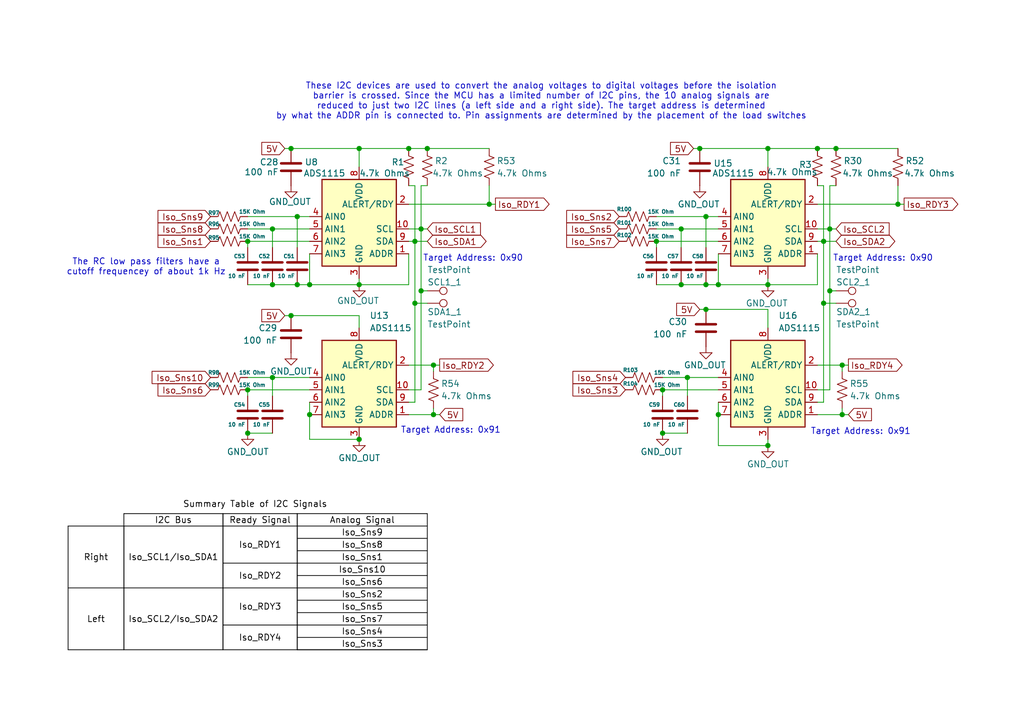
<source format=kicad_sch>
(kicad_sch
	(version 20250114)
	(generator "eeschema")
	(generator_version "9.0")
	(uuid "0c7441ad-c7ee-411f-939c-919d0d22cbac")
	(paper "A5")
	(lib_symbols
		(symbol "Analog_ADC:ADS1115IDGS"
			(exclude_from_sim no)
			(in_bom yes)
			(on_board yes)
			(property "Reference" "U"
				(at 2.54 13.97 0)
				(effects
					(font
						(size 1.27 1.27)
					)
				)
			)
			(property "Value" "ADS1115IDGS"
				(at 7.62 11.43 0)
				(effects
					(font
						(size 1.27 1.27)
					)
				)
			)
			(property "Footprint" "Package_SO:TSSOP-10_3x3mm_P0.5mm"
				(at 0 -12.7 0)
				(effects
					(font
						(size 1.27 1.27)
					)
					(hide yes)
				)
			)
			(property "Datasheet" "http://www.ti.com/lit/ds/symlink/ads1113.pdf"
				(at -1.27 -22.86 0)
				(effects
					(font
						(size 1.27 1.27)
					)
					(hide yes)
				)
			)
			(property "Description" "Ultra-Small, Low-Power, I2C-Compatible, 860-SPS, 16-Bit ADCs With Internal Reference, Oscillator, and Programmable Comparator, VSSOP-10"
				(at 0 0 0)
				(effects
					(font
						(size 1.27 1.27)
					)
					(hide yes)
				)
			)
			(property "ki_keywords" "16 bit 4 channel I2C ADC"
				(at 0 0 0)
				(effects
					(font
						(size 1.27 1.27)
					)
					(hide yes)
				)
			)
			(property "ki_fp_filters" "TSSOP*3x3mm*P0.5mm*"
				(at 0 0 0)
				(effects
					(font
						(size 1.27 1.27)
					)
					(hide yes)
				)
			)
			(symbol "ADS1115IDGS_0_1"
				(rectangle
					(start -7.62 10.16)
					(end 7.62 -7.62)
					(stroke
						(width 0.254)
						(type default)
					)
					(fill
						(type background)
					)
				)
			)
			(symbol "ADS1115IDGS_1_1"
				(pin input line
					(at -10.16 2.54 0)
					(length 2.54)
					(name "AIN0"
						(effects
							(font
								(size 1.27 1.27)
							)
						)
					)
					(number "4"
						(effects
							(font
								(size 1.27 1.27)
							)
						)
					)
				)
				(pin input line
					(at -10.16 0 0)
					(length 2.54)
					(name "AIN1"
						(effects
							(font
								(size 1.27 1.27)
							)
						)
					)
					(number "5"
						(effects
							(font
								(size 1.27 1.27)
							)
						)
					)
				)
				(pin input line
					(at -10.16 -2.54 0)
					(length 2.54)
					(name "AIN2"
						(effects
							(font
								(size 1.27 1.27)
							)
						)
					)
					(number "6"
						(effects
							(font
								(size 1.27 1.27)
							)
						)
					)
				)
				(pin input line
					(at -10.16 -5.08 0)
					(length 2.54)
					(name "AIN3"
						(effects
							(font
								(size 1.27 1.27)
							)
						)
					)
					(number "7"
						(effects
							(font
								(size 1.27 1.27)
							)
						)
					)
				)
				(pin power_in line
					(at 0 12.7 270)
					(length 2.54)
					(name "VDD"
						(effects
							(font
								(size 1.27 1.27)
							)
						)
					)
					(number "8"
						(effects
							(font
								(size 1.27 1.27)
							)
						)
					)
				)
				(pin power_in line
					(at 0 -10.16 90)
					(length 2.54)
					(name "GND"
						(effects
							(font
								(size 1.27 1.27)
							)
						)
					)
					(number "3"
						(effects
							(font
								(size 1.27 1.27)
							)
						)
					)
				)
				(pin output line
					(at 10.16 5.08 180)
					(length 2.54)
					(name "ALERT/RDY"
						(effects
							(font
								(size 1.27 1.27)
							)
						)
					)
					(number "2"
						(effects
							(font
								(size 1.27 1.27)
							)
						)
					)
				)
				(pin input line
					(at 10.16 0 180)
					(length 2.54)
					(name "SCL"
						(effects
							(font
								(size 1.27 1.27)
							)
						)
					)
					(number "10"
						(effects
							(font
								(size 1.27 1.27)
							)
						)
					)
				)
				(pin bidirectional line
					(at 10.16 -2.54 180)
					(length 2.54)
					(name "SDA"
						(effects
							(font
								(size 1.27 1.27)
							)
						)
					)
					(number "9"
						(effects
							(font
								(size 1.27 1.27)
							)
						)
					)
				)
				(pin input line
					(at 10.16 -5.08 180)
					(length 2.54)
					(name "ADDR"
						(effects
							(font
								(size 1.27 1.27)
							)
						)
					)
					(number "1"
						(effects
							(font
								(size 1.27 1.27)
							)
						)
					)
				)
			)
			(embedded_fonts no)
		)
		(symbol "Connector:TestPoint"
			(pin_numbers
				(hide yes)
			)
			(pin_names
				(offset 0.762)
				(hide yes)
			)
			(exclude_from_sim no)
			(in_bom yes)
			(on_board yes)
			(property "Reference" "TP"
				(at 0 6.858 0)
				(effects
					(font
						(size 1.27 1.27)
					)
				)
			)
			(property "Value" "TestPoint"
				(at 0 5.08 0)
				(effects
					(font
						(size 1.27 1.27)
					)
				)
			)
			(property "Footprint" ""
				(at 5.08 0 0)
				(effects
					(font
						(size 1.27 1.27)
					)
					(hide yes)
				)
			)
			(property "Datasheet" "~"
				(at 5.08 0 0)
				(effects
					(font
						(size 1.27 1.27)
					)
					(hide yes)
				)
			)
			(property "Description" "test point"
				(at 0 0 0)
				(effects
					(font
						(size 1.27 1.27)
					)
					(hide yes)
				)
			)
			(property "ki_keywords" "test point tp"
				(at 0 0 0)
				(effects
					(font
						(size 1.27 1.27)
					)
					(hide yes)
				)
			)
			(property "ki_fp_filters" "Pin* Test*"
				(at 0 0 0)
				(effects
					(font
						(size 1.27 1.27)
					)
					(hide yes)
				)
			)
			(symbol "TestPoint_0_1"
				(circle
					(center 0 3.302)
					(radius 0.762)
					(stroke
						(width 0)
						(type default)
					)
					(fill
						(type none)
					)
				)
			)
			(symbol "TestPoint_1_1"
				(pin passive line
					(at 0 0 90)
					(length 2.54)
					(name "1"
						(effects
							(font
								(size 1.27 1.27)
							)
						)
					)
					(number "1"
						(effects
							(font
								(size 1.27 1.27)
							)
						)
					)
				)
			)
			(embedded_fonts no)
		)
		(symbol "Device:C"
			(pin_numbers
				(hide yes)
			)
			(pin_names
				(offset 0.254)
			)
			(exclude_from_sim no)
			(in_bom yes)
			(on_board yes)
			(property "Reference" "C"
				(at 0.635 2.54 0)
				(effects
					(font
						(size 1.27 1.27)
					)
					(justify left)
				)
			)
			(property "Value" "C"
				(at 0.635 -2.54 0)
				(effects
					(font
						(size 1.27 1.27)
					)
					(justify left)
				)
			)
			(property "Footprint" ""
				(at 0.9652 -3.81 0)
				(effects
					(font
						(size 1.27 1.27)
					)
					(hide yes)
				)
			)
			(property "Datasheet" "~"
				(at 0 0 0)
				(effects
					(font
						(size 1.27 1.27)
					)
					(hide yes)
				)
			)
			(property "Description" "Unpolarized capacitor"
				(at 0 0 0)
				(effects
					(font
						(size 1.27 1.27)
					)
					(hide yes)
				)
			)
			(property "ki_keywords" "cap capacitor"
				(at 0 0 0)
				(effects
					(font
						(size 1.27 1.27)
					)
					(hide yes)
				)
			)
			(property "ki_fp_filters" "C_*"
				(at 0 0 0)
				(effects
					(font
						(size 1.27 1.27)
					)
					(hide yes)
				)
			)
			(symbol "C_0_1"
				(polyline
					(pts
						(xy -2.032 0.762) (xy 2.032 0.762)
					)
					(stroke
						(width 0.508)
						(type default)
					)
					(fill
						(type none)
					)
				)
				(polyline
					(pts
						(xy -2.032 -0.762) (xy 2.032 -0.762)
					)
					(stroke
						(width 0.508)
						(type default)
					)
					(fill
						(type none)
					)
				)
			)
			(symbol "C_1_1"
				(pin passive line
					(at 0 3.81 270)
					(length 2.794)
					(name "~"
						(effects
							(font
								(size 1.27 1.27)
							)
						)
					)
					(number "1"
						(effects
							(font
								(size 1.27 1.27)
							)
						)
					)
				)
				(pin passive line
					(at 0 -3.81 90)
					(length 2.794)
					(name "~"
						(effects
							(font
								(size 1.27 1.27)
							)
						)
					)
					(number "2"
						(effects
							(font
								(size 1.27 1.27)
							)
						)
					)
				)
			)
			(embedded_fonts no)
		)
		(symbol "Device:R_US"
			(pin_numbers
				(hide yes)
			)
			(pin_names
				(offset 0)
			)
			(exclude_from_sim no)
			(in_bom yes)
			(on_board yes)
			(property "Reference" "R"
				(at 2.54 0 90)
				(effects
					(font
						(size 1.27 1.27)
					)
				)
			)
			(property "Value" "R_US"
				(at -2.54 0 90)
				(effects
					(font
						(size 1.27 1.27)
					)
				)
			)
			(property "Footprint" ""
				(at 1.016 -0.254 90)
				(effects
					(font
						(size 1.27 1.27)
					)
					(hide yes)
				)
			)
			(property "Datasheet" "~"
				(at 0 0 0)
				(effects
					(font
						(size 1.27 1.27)
					)
					(hide yes)
				)
			)
			(property "Description" "Resistor, US symbol"
				(at 0 0 0)
				(effects
					(font
						(size 1.27 1.27)
					)
					(hide yes)
				)
			)
			(property "ki_keywords" "R res resistor"
				(at 0 0 0)
				(effects
					(font
						(size 1.27 1.27)
					)
					(hide yes)
				)
			)
			(property "ki_fp_filters" "R_*"
				(at 0 0 0)
				(effects
					(font
						(size 1.27 1.27)
					)
					(hide yes)
				)
			)
			(symbol "R_US_0_1"
				(polyline
					(pts
						(xy 0 2.286) (xy 0 2.54)
					)
					(stroke
						(width 0)
						(type default)
					)
					(fill
						(type none)
					)
				)
				(polyline
					(pts
						(xy 0 2.286) (xy 1.016 1.905) (xy 0 1.524) (xy -1.016 1.143) (xy 0 0.762)
					)
					(stroke
						(width 0)
						(type default)
					)
					(fill
						(type none)
					)
				)
				(polyline
					(pts
						(xy 0 0.762) (xy 1.016 0.381) (xy 0 0) (xy -1.016 -0.381) (xy 0 -0.762)
					)
					(stroke
						(width 0)
						(type default)
					)
					(fill
						(type none)
					)
				)
				(polyline
					(pts
						(xy 0 -0.762) (xy 1.016 -1.143) (xy 0 -1.524) (xy -1.016 -1.905) (xy 0 -2.286)
					)
					(stroke
						(width 0)
						(type default)
					)
					(fill
						(type none)
					)
				)
				(polyline
					(pts
						(xy 0 -2.286) (xy 0 -2.54)
					)
					(stroke
						(width 0)
						(type default)
					)
					(fill
						(type none)
					)
				)
			)
			(symbol "R_US_1_1"
				(pin passive line
					(at 0 3.81 270)
					(length 1.27)
					(name "~"
						(effects
							(font
								(size 1.27 1.27)
							)
						)
					)
					(number "1"
						(effects
							(font
								(size 1.27 1.27)
							)
						)
					)
				)
				(pin passive line
					(at 0 -3.81 90)
					(length 1.27)
					(name "~"
						(effects
							(font
								(size 1.27 1.27)
							)
						)
					)
					(number "2"
						(effects
							(font
								(size 1.27 1.27)
							)
						)
					)
				)
			)
			(embedded_fonts no)
		)
		(symbol "power:GND"
			(power)
			(pin_numbers
				(hide yes)
			)
			(pin_names
				(offset 0)
				(hide yes)
			)
			(exclude_from_sim no)
			(in_bom yes)
			(on_board yes)
			(property "Reference" "#PWR"
				(at 0 -6.35 0)
				(effects
					(font
						(size 1.27 1.27)
					)
					(hide yes)
				)
			)
			(property "Value" "GND"
				(at 0 -3.81 0)
				(effects
					(font
						(size 1.27 1.27)
					)
				)
			)
			(property "Footprint" ""
				(at 0 0 0)
				(effects
					(font
						(size 1.27 1.27)
					)
					(hide yes)
				)
			)
			(property "Datasheet" ""
				(at 0 0 0)
				(effects
					(font
						(size 1.27 1.27)
					)
					(hide yes)
				)
			)
			(property "Description" "Power symbol creates a global label with name \"GND\" , ground"
				(at 0 0 0)
				(effects
					(font
						(size 1.27 1.27)
					)
					(hide yes)
				)
			)
			(property "ki_keywords" "global power"
				(at 0 0 0)
				(effects
					(font
						(size 1.27 1.27)
					)
					(hide yes)
				)
			)
			(symbol "GND_0_1"
				(polyline
					(pts
						(xy 0 0) (xy 0 -1.27) (xy 1.27 -1.27) (xy 0 -2.54) (xy -1.27 -1.27) (xy 0 -1.27)
					)
					(stroke
						(width 0)
						(type default)
					)
					(fill
						(type none)
					)
				)
			)
			(symbol "GND_1_1"
				(pin power_in line
					(at 0 0 270)
					(length 0)
					(name "~"
						(effects
							(font
								(size 1.27 1.27)
							)
						)
					)
					(number "1"
						(effects
							(font
								(size 1.27 1.27)
							)
						)
					)
				)
			)
			(embedded_fonts no)
		)
	)
	(text "Target Address: 0x91"
		(exclude_from_sim no)
		(at 176.53 88.646 0)
		(effects
			(font
				(size 1.27 1.27)
			)
		)
		(uuid "283bc7da-351a-4799-9232-5916e05646c4")
	)
	(text "These I2C devices are used to convert the analog voltages to digital voltages before the isolation\nbarrier is crossed. Since the MCU has a limited number of I2C pins, the 10 analog signals are\nreduced to just two I2C lines (a left side and a right side). The target address is determined\nby what the ADDR pin is connected to. Pin assignments are determined by the placement of the load switches"
		(exclude_from_sim no)
		(at 110.998 20.828 0)
		(effects
			(font
				(size 1.27 1.27)
			)
		)
		(uuid "466545b9-b5f1-4516-804e-617874776c63")
	)
	(text "Target Address: 0x90"
		(exclude_from_sim no)
		(at 181.102 53.086 0)
		(effects
			(font
				(size 1.27 1.27)
			)
		)
		(uuid "5ad22f86-3ed8-489a-98c4-fa7147bf3e90")
	)
	(text "Summary Table of I2C Signals"
		(exclude_from_sim no)
		(at 52.324 103.632 0)
		(effects
			(font
				(size 1.27 1.27)
				(color 0 0 0 1)
			)
		)
		(uuid "9c2b3a26-446e-4e71-aece-6b0c4205161b")
	)
	(text "Target Address: 0x91"
		(exclude_from_sim no)
		(at 92.456 88.392 0)
		(effects
			(font
				(size 1.27 1.27)
			)
		)
		(uuid "af1c44d6-1c85-4639-8ab9-377ab77d22d9")
	)
	(text "Target Address: 0x90"
		(exclude_from_sim no)
		(at 97.028 53.086 0)
		(effects
			(font
				(size 1.27 1.27)
			)
		)
		(uuid "d62a673f-857d-4bf7-a5a0-ef3ce05dd358")
	)
	(text "The RC low pass filters have a\ncutoff frequencey of about 1k Hz"
		(exclude_from_sim no)
		(at 29.972 54.864 0)
		(effects
			(font
				(size 1.27 1.27)
			)
		)
		(uuid "eb3db96a-e9bb-4fe2-8a42-dc346164de4c")
	)
	(junction
		(at 59.69 30.48)
		(diameter 0)
		(color 0 0 0 0)
		(uuid "09bce002-0373-484e-8ffa-925019d6694d")
	)
	(junction
		(at 168.91 49.53)
		(diameter 0)
		(color 0 0 0 0)
		(uuid "09e0a681-0219-4f53-ae8e-c300665d4c50")
	)
	(junction
		(at 50.8 88.9)
		(diameter 0)
		(color 0 0 0 0)
		(uuid "17317686-3d6b-416b-97d8-052ba436a574")
	)
	(junction
		(at 88.9 85.09)
		(diameter 0)
		(color 0 0 0 0)
		(uuid "17814888-4686-43ae-bcb7-76d137051295")
	)
	(junction
		(at 144.78 44.45)
		(diameter 0)
		(color 0 0 0 0)
		(uuid "17db9a20-e9b0-4a57-93cc-3c9442abd393")
	)
	(junction
		(at 63.5 85.09)
		(diameter 0)
		(color 0 0 0 0)
		(uuid "1cd2e2f9-8400-491d-909d-6571821e9860")
	)
	(junction
		(at 55.88 77.47)
		(diameter 0)
		(color 0 0 0 0)
		(uuid "24edae1e-fc73-4ab0-b3a9-e2429053d3f4")
	)
	(junction
		(at 85.09 62.23)
		(diameter 0)
		(color 0 0 0 0)
		(uuid "2797ca08-9f1e-4f58-be41-ceb1625bebe6")
	)
	(junction
		(at 100.33 41.91)
		(diameter 0)
		(color 0 0 0 0)
		(uuid "35ab3383-a798-41cf-9d4f-d71b1fa61d0f")
	)
	(junction
		(at 157.48 58.42)
		(diameter 0)
		(color 0 0 0 0)
		(uuid "36157b66-e56b-4436-9246-4e24bc6856f8")
	)
	(junction
		(at 63.5 58.42)
		(diameter 0)
		(color 0 0 0 0)
		(uuid "439cab7d-38c6-47ff-9257-6b961afbc75f")
	)
	(junction
		(at 168.91 62.23)
		(diameter 0)
		(color 0 0 0 0)
		(uuid "4a4010bc-a684-479e-9185-d3a3646fe39b")
	)
	(junction
		(at 144.78 63.5)
		(diameter 0)
		(color 0 0 0 0)
		(uuid "4cd51516-3c90-4cbc-86ca-719269bd53ca")
	)
	(junction
		(at 60.96 58.42)
		(diameter 0)
		(color 0 0 0 0)
		(uuid "55f2acc5-05ab-43e4-acf1-e4b518f1a0c3")
	)
	(junction
		(at 170.18 59.69)
		(diameter 0)
		(color 0 0 0 0)
		(uuid "566ff3d6-d037-4e7f-a6bc-c8fcff64c8ed")
	)
	(junction
		(at 157.48 30.48)
		(diameter 0)
		(color 0 0 0 0)
		(uuid "6cbec641-dd07-4c2d-b6a1-0b0cee3db77c")
	)
	(junction
		(at 170.18 46.99)
		(diameter 0)
		(color 0 0 0 0)
		(uuid "73f4cb6b-1589-427e-b87d-c7b1d5a03faf")
	)
	(junction
		(at 143.51 30.48)
		(diameter 0)
		(color 0 0 0 0)
		(uuid "7700f349-14c7-44d4-a1eb-2cc2a037dc25")
	)
	(junction
		(at 140.97 77.47)
		(diameter 0)
		(color 0 0 0 0)
		(uuid "7f55f73d-b1b4-4e27-bbc2-d93e522b55b8")
	)
	(junction
		(at 139.7 58.42)
		(diameter 0)
		(color 0 0 0 0)
		(uuid "85cceaf8-2010-4c80-9a38-77b039a10a6e")
	)
	(junction
		(at 139.7 46.99)
		(diameter 0)
		(color 0 0 0 0)
		(uuid "8703d9b0-2a94-448c-998a-d73467af9332")
	)
	(junction
		(at 59.69 64.77)
		(diameter 0)
		(color 0 0 0 0)
		(uuid "888c3feb-4887-404a-855a-fc5cd07ec191")
	)
	(junction
		(at 83.82 30.48)
		(diameter 0)
		(color 0 0 0 0)
		(uuid "8d2eaa46-b81a-4cdc-a9d5-734d676f843f")
	)
	(junction
		(at 135.89 88.9)
		(diameter 0)
		(color 0 0 0 0)
		(uuid "918bb808-f250-425e-ad54-345941b8f3a3")
	)
	(junction
		(at 147.32 58.42)
		(diameter 0)
		(color 0 0 0 0)
		(uuid "91ebd7c9-bfc9-4dc7-bfff-acef4a05d530")
	)
	(junction
		(at 85.09 49.53)
		(diameter 0)
		(color 0 0 0 0)
		(uuid "a2bcbc53-2321-49dc-884a-42d56d36d252")
	)
	(junction
		(at 86.36 46.99)
		(diameter 0)
		(color 0 0 0 0)
		(uuid "a2d44173-feed-4e4b-bbd7-cf28127221b7")
	)
	(junction
		(at 55.88 58.42)
		(diameter 0)
		(color 0 0 0 0)
		(uuid "a4c3d533-1610-4dfa-be33-ad9a6d5d4dae")
	)
	(junction
		(at 184.15 41.91)
		(diameter 0)
		(color 0 0 0 0)
		(uuid "a4dcfbf8-4acb-4e0a-96f7-1d9cf499adc5")
	)
	(junction
		(at 134.62 49.53)
		(diameter 0)
		(color 0 0 0 0)
		(uuid "a65344dd-38e3-47ff-b682-4f56132fb63c")
	)
	(junction
		(at 172.72 74.93)
		(diameter 0)
		(color 0 0 0 0)
		(uuid "aed49a68-defb-48f8-a51f-c1069a140b02")
	)
	(junction
		(at 87.63 30.48)
		(diameter 0)
		(color 0 0 0 0)
		(uuid "b2d8a21b-1e1a-4333-b3d6-c8b3e03bc902")
	)
	(junction
		(at 86.36 59.69)
		(diameter 0)
		(color 0 0 0 0)
		(uuid "b8e00c5c-d322-473a-8520-745c4be4123a")
	)
	(junction
		(at 55.88 46.99)
		(diameter 0)
		(color 0 0 0 0)
		(uuid "bc81e80c-1d9c-4b22-867e-2d273b3bbc69")
	)
	(junction
		(at 73.66 58.42)
		(diameter 0)
		(color 0 0 0 0)
		(uuid "bc830002-33aa-463f-b1db-0a3ec55b097d")
	)
	(junction
		(at 73.66 30.48)
		(diameter 0)
		(color 0 0 0 0)
		(uuid "be7ac43c-e978-4159-8541-9023c627b5f2")
	)
	(junction
		(at 60.96 44.45)
		(diameter 0)
		(color 0 0 0 0)
		(uuid "c3cf3c75-6ca3-489f-b5d7-96a09bda6dcd")
	)
	(junction
		(at 147.32 85.09)
		(diameter 0)
		(color 0 0 0 0)
		(uuid "c7900661-5eb3-4915-8016-e59e89aa8604")
	)
	(junction
		(at 172.72 85.09)
		(diameter 0)
		(color 0 0 0 0)
		(uuid "c7a5c1f7-6aaa-4aa9-9603-26bd59efb589")
	)
	(junction
		(at 88.9 74.93)
		(diameter 0)
		(color 0 0 0 0)
		(uuid "cca6706f-41ba-4935-bb35-164d4418f193")
	)
	(junction
		(at 171.45 30.48)
		(diameter 0)
		(color 0 0 0 0)
		(uuid "ce443f6b-60e0-406a-adf8-96a853c3a7cc")
	)
	(junction
		(at 135.89 80.01)
		(diameter 0)
		(color 0 0 0 0)
		(uuid "d06b045e-2e10-454c-be10-2ecb5609384e")
	)
	(junction
		(at 50.8 49.53)
		(diameter 0)
		(color 0 0 0 0)
		(uuid "d505340a-9ebd-4db0-9dbf-bad36c7de666")
	)
	(junction
		(at 73.66 90.17)
		(diameter 0)
		(color 0 0 0 0)
		(uuid "dce03d3c-0b39-46de-bf55-a03704865343")
	)
	(junction
		(at 157.48 91.44)
		(diameter 0)
		(color 0 0 0 0)
		(uuid "e0ab1ae0-9208-4f86-904d-c3fb1b44069b")
	)
	(junction
		(at 144.78 58.42)
		(diameter 0)
		(color 0 0 0 0)
		(uuid "f0f19b89-52f3-4d61-913b-7a9715b39f2e")
	)
	(junction
		(at 167.64 30.48)
		(diameter 0)
		(color 0 0 0 0)
		(uuid "f504f3a9-495f-490c-a574-c97258d21e38")
	)
	(junction
		(at 50.8 80.01)
		(diameter 0)
		(color 0 0 0 0)
		(uuid "ff24c956-e1e2-4fe4-9ea8-18b96ffc9664")
	)
	(wire
		(pts
			(xy 134.62 58.42) (xy 139.7 58.42)
		)
		(stroke
			(width 0)
			(type default)
		)
		(uuid "027601e1-8d9c-4c01-b17b-ce12400c1370")
	)
	(wire
		(pts
			(xy 140.97 77.47) (xy 147.32 77.47)
		)
		(stroke
			(width 0)
			(type default)
		)
		(uuid "03200597-b692-42df-a678-4c28e59830a9")
	)
	(wire
		(pts
			(xy 59.69 64.77) (xy 73.66 64.77)
		)
		(stroke
			(width 0)
			(type default)
		)
		(uuid "047bc19d-c24f-4e02-aac0-ac4efa2a303f")
	)
	(wire
		(pts
			(xy 147.32 91.44) (xy 157.48 91.44)
		)
		(stroke
			(width 0)
			(type default)
		)
		(uuid "08fdaf72-60a9-4c30-9342-f21ace2e5985")
	)
	(wire
		(pts
			(xy 85.09 62.23) (xy 85.09 82.55)
		)
		(stroke
			(width 0)
			(type default)
		)
		(uuid "0ccbfd0f-0d1d-4812-803a-94dfc2fb6a45")
	)
	(wire
		(pts
			(xy 170.18 59.69) (xy 171.45 59.69)
		)
		(stroke
			(width 0)
			(type default)
		)
		(uuid "0e892800-948f-44bf-8e36-6864b6b1f8e9")
	)
	(wire
		(pts
			(xy 157.48 58.42) (xy 157.48 57.15)
		)
		(stroke
			(width 0)
			(type default)
		)
		(uuid "0f70359e-29ff-48db-adac-91d663129940")
	)
	(wire
		(pts
			(xy 144.78 63.5) (xy 157.48 63.5)
		)
		(stroke
			(width 0)
			(type default)
		)
		(uuid "12f68dbd-5d03-432e-b2ba-2ed543f90304")
	)
	(wire
		(pts
			(xy 144.78 44.45) (xy 144.78 50.8)
		)
		(stroke
			(width 0)
			(type default)
		)
		(uuid "134889ab-25c7-4009-8543-0e5df6b39073")
	)
	(wire
		(pts
			(xy 171.45 30.48) (xy 184.15 30.48)
		)
		(stroke
			(width 0)
			(type default)
		)
		(uuid "198c941c-9533-41bb-a326-41dbcc6b5387")
	)
	(wire
		(pts
			(xy 58.42 30.48) (xy 59.69 30.48)
		)
		(stroke
			(width 0)
			(type default)
		)
		(uuid "1e2d05a4-ab14-426e-8331-866dc520f18f")
	)
	(wire
		(pts
			(xy 168.91 38.1) (xy 167.64 38.1)
		)
		(stroke
			(width 0)
			(type default)
		)
		(uuid "1fa67063-a654-4314-8146-2ba339ed0ef8")
	)
	(wire
		(pts
			(xy 168.91 49.53) (xy 168.91 62.23)
		)
		(stroke
			(width 0)
			(type default)
		)
		(uuid "216a9e3d-5f9a-4ba5-858e-745cc85ea7b3")
	)
	(wire
		(pts
			(xy 147.32 58.42) (xy 147.32 52.07)
		)
		(stroke
			(width 0)
			(type default)
		)
		(uuid "2197a408-a61d-43b5-a08a-051508b49bd8")
	)
	(wire
		(pts
			(xy 185.42 41.91) (xy 184.15 41.91)
		)
		(stroke
			(width 0)
			(type default)
		)
		(uuid "21db6388-35af-4573-bef7-3c690efdd7fa")
	)
	(wire
		(pts
			(xy 55.88 77.47) (xy 55.88 81.28)
		)
		(stroke
			(width 0)
			(type default)
		)
		(uuid "23995c79-bdef-42e4-9cd7-f7c22bc925a1")
	)
	(wire
		(pts
			(xy 63.5 82.55) (xy 63.5 85.09)
		)
		(stroke
			(width 0)
			(type default)
		)
		(uuid "23e1ea49-56ca-4668-b93c-689c665104ae")
	)
	(wire
		(pts
			(xy 172.72 85.09) (xy 167.64 85.09)
		)
		(stroke
			(width 0)
			(type default)
		)
		(uuid "25f12211-8dd2-450b-aa6a-466b4d509984")
	)
	(wire
		(pts
			(xy 83.82 38.1) (xy 85.09 38.1)
		)
		(stroke
			(width 0)
			(type default)
		)
		(uuid "2dd37cf3-e5bc-4337-aab3-dadeb13e1299")
	)
	(wire
		(pts
			(xy 167.64 74.93) (xy 172.72 74.93)
		)
		(stroke
			(width 0)
			(type default)
		)
		(uuid "2e4fe62e-7ed7-4a96-b4e0-4b55c971c49c")
	)
	(wire
		(pts
			(xy 167.64 80.01) (xy 170.18 80.01)
		)
		(stroke
			(width 0)
			(type default)
		)
		(uuid "33d7a186-43d8-4316-83f8-c1898257fb33")
	)
	(wire
		(pts
			(xy 50.8 58.42) (xy 55.88 58.42)
		)
		(stroke
			(width 0)
			(type default)
		)
		(uuid "397e1d5b-a089-4b04-9d14-fbd5b6f4a850")
	)
	(wire
		(pts
			(xy 157.48 30.48) (xy 167.64 30.48)
		)
		(stroke
			(width 0)
			(type default)
		)
		(uuid "3a4dfb82-e1f0-448f-aa77-a4602ea9c239")
	)
	(wire
		(pts
			(xy 55.88 58.42) (xy 60.96 58.42)
		)
		(stroke
			(width 0)
			(type default)
		)
		(uuid "3c8ea9dc-ef42-4b51-8682-798f9bdf9025")
	)
	(wire
		(pts
			(xy 157.48 91.44) (xy 157.48 90.17)
		)
		(stroke
			(width 0)
			(type default)
		)
		(uuid "3d33bab3-4196-4fde-a33c-f98190abcdd0")
	)
	(wire
		(pts
			(xy 100.33 38.1) (xy 100.33 41.91)
		)
		(stroke
			(width 0)
			(type default)
		)
		(uuid "3e128cb9-ab1c-4d5f-8164-d39fcb9bba84")
	)
	(wire
		(pts
			(xy 139.7 46.99) (xy 147.32 46.99)
		)
		(stroke
			(width 0)
			(type default)
		)
		(uuid "3fe3a2c6-99f3-4ba5-a895-89d8dff97338")
	)
	(wire
		(pts
			(xy 139.7 46.99) (xy 139.7 50.8)
		)
		(stroke
			(width 0)
			(type default)
		)
		(uuid "42402272-129d-4fe4-8c2c-35fa460b69d3")
	)
	(wire
		(pts
			(xy 85.09 49.53) (xy 87.63 49.53)
		)
		(stroke
			(width 0)
			(type default)
		)
		(uuid "4301f83c-54ee-44c2-9435-9cac45ae63d7")
	)
	(wire
		(pts
			(xy 134.62 46.99) (xy 139.7 46.99)
		)
		(stroke
			(width 0)
			(type default)
		)
		(uuid "437e08b4-7cb7-4a0f-8653-8a1faf667aa1")
	)
	(wire
		(pts
			(xy 167.64 30.48) (xy 171.45 30.48)
		)
		(stroke
			(width 0)
			(type default)
		)
		(uuid "448fa7a5-6684-46d6-8e1a-7dab61b9aac9")
	)
	(wire
		(pts
			(xy 60.96 44.45) (xy 60.96 50.8)
		)
		(stroke
			(width 0)
			(type default)
		)
		(uuid "47037d6e-0f47-4bdc-a71d-c3185a2c1700")
	)
	(wire
		(pts
			(xy 143.51 30.48) (xy 157.48 30.48)
		)
		(stroke
			(width 0)
			(type default)
		)
		(uuid "4b0f5296-a626-470c-b16c-3de723ebc7fb")
	)
	(wire
		(pts
			(xy 168.91 82.55) (xy 167.64 82.55)
		)
		(stroke
			(width 0)
			(type default)
		)
		(uuid "4dc00fa8-ac68-4ada-96dd-c01bd2d62191")
	)
	(wire
		(pts
			(xy 73.66 30.48) (xy 83.82 30.48)
		)
		(stroke
			(width 0)
			(type default)
		)
		(uuid "4ecc7c0f-e300-422c-ba28-59ce006e5764")
	)
	(wire
		(pts
			(xy 147.32 82.55) (xy 147.32 85.09)
		)
		(stroke
			(width 0)
			(type default)
		)
		(uuid "5008c8c5-74d4-4b53-96c2-1a449d7fe81f")
	)
	(wire
		(pts
			(xy 87.63 30.48) (xy 100.33 30.48)
		)
		(stroke
			(width 0)
			(type default)
		)
		(uuid "55cccb71-132f-4490-9d01-b7c456296505")
	)
	(wire
		(pts
			(xy 88.9 76.2) (xy 88.9 74.93)
		)
		(stroke
			(width 0)
			(type default)
		)
		(uuid "58396403-bd4a-4046-89fb-1b5d342d64c2")
	)
	(wire
		(pts
			(xy 50.8 49.53) (xy 50.8 50.8)
		)
		(stroke
			(width 0)
			(type default)
		)
		(uuid "59414d71-35e7-4853-976b-a47714c0f7cb")
	)
	(wire
		(pts
			(xy 134.62 49.53) (xy 134.62 50.8)
		)
		(stroke
			(width 0)
			(type default)
		)
		(uuid "5f4800b3-92ce-4aea-beeb-79ce059fed98")
	)
	(wire
		(pts
			(xy 135.89 80.01) (xy 147.32 80.01)
		)
		(stroke
			(width 0)
			(type default)
		)
		(uuid "60871ef5-f7a5-4ab4-9602-f35aa9d39b49")
	)
	(wire
		(pts
			(xy 86.36 59.69) (xy 86.36 46.99)
		)
		(stroke
			(width 0)
			(type default)
		)
		(uuid "61c108b5-8b4b-455f-8bb7-65a7e4bafc66")
	)
	(wire
		(pts
			(xy 144.78 44.45) (xy 147.32 44.45)
		)
		(stroke
			(width 0)
			(type default)
		)
		(uuid "62ff9b37-41a2-4c35-8350-9e7d8a80055e")
	)
	(wire
		(pts
			(xy 63.5 90.17) (xy 73.66 90.17)
		)
		(stroke
			(width 0)
			(type default)
		)
		(uuid "68d57718-309c-4923-8e85-5cdb2e5a6502")
	)
	(wire
		(pts
			(xy 63.5 85.09) (xy 63.5 90.17)
		)
		(stroke
			(width 0)
			(type default)
		)
		(uuid "69beeef3-0732-43b0-ba23-0b9eb67fd81d")
	)
	(wire
		(pts
			(xy 170.18 80.01) (xy 170.18 59.69)
		)
		(stroke
			(width 0)
			(type default)
		)
		(uuid "6a758af3-8657-467e-88df-af38e2874c89")
	)
	(wire
		(pts
			(xy 86.36 46.99) (xy 83.82 46.99)
		)
		(stroke
			(width 0)
			(type default)
		)
		(uuid "6c3b7f54-ed20-4e8a-9af7-348b4282b78e")
	)
	(wire
		(pts
			(xy 184.15 38.1) (xy 184.15 41.91)
		)
		(stroke
			(width 0)
			(type default)
		)
		(uuid "6d04e97d-cbd3-4d4d-b3fb-3b52572e516e")
	)
	(wire
		(pts
			(xy 83.82 52.07) (xy 83.82 58.42)
		)
		(stroke
			(width 0)
			(type default)
		)
		(uuid "6ded4d75-1aac-459d-86d6-836e9d81acae")
	)
	(wire
		(pts
			(xy 172.72 74.93) (xy 173.99 74.93)
		)
		(stroke
			(width 0)
			(type default)
		)
		(uuid "735faaac-99da-46a7-b7e4-16b19a1663d8")
	)
	(wire
		(pts
			(xy 170.18 59.69) (xy 170.18 46.99)
		)
		(stroke
			(width 0)
			(type default)
		)
		(uuid "759e488d-04a8-40f3-8f57-00f3f704240f")
	)
	(wire
		(pts
			(xy 86.36 59.69) (xy 87.63 59.69)
		)
		(stroke
			(width 0)
			(type default)
		)
		(uuid "785430b2-076c-45ec-a5b3-eb3d6661b27a")
	)
	(wire
		(pts
			(xy 170.18 46.99) (xy 171.45 46.99)
		)
		(stroke
			(width 0)
			(type default)
		)
		(uuid "794c5337-e4e9-4e99-a446-07e27c3a672e")
	)
	(wire
		(pts
			(xy 88.9 83.82) (xy 88.9 85.09)
		)
		(stroke
			(width 0)
			(type default)
		)
		(uuid "7c383c71-8d64-45f3-bb68-a42399073f69")
	)
	(wire
		(pts
			(xy 157.48 30.48) (xy 157.48 34.29)
		)
		(stroke
			(width 0)
			(type default)
		)
		(uuid "7c8288c2-5504-4f1f-a665-3b69d1b7ead4")
	)
	(wire
		(pts
			(xy 50.8 77.47) (xy 55.88 77.47)
		)
		(stroke
			(width 0)
			(type default)
		)
		(uuid "7ee7a4fb-4a7a-47bc-bcf7-126819bee892")
	)
	(wire
		(pts
			(xy 167.64 52.07) (xy 167.64 58.42)
		)
		(stroke
			(width 0)
			(type default)
		)
		(uuid "80a6d80b-ae14-450f-a8a8-2d4f8cd63b9e")
	)
	(wire
		(pts
			(xy 50.8 88.9) (xy 55.88 88.9)
		)
		(stroke
			(width 0)
			(type default)
		)
		(uuid "85e1dbb9-e5d7-433c-9446-c0c7fe6e52a1")
	)
	(wire
		(pts
			(xy 86.36 46.99) (xy 87.63 46.99)
		)
		(stroke
			(width 0)
			(type default)
		)
		(uuid "8a074b3b-cc87-43f4-90eb-aea5f1d1b9be")
	)
	(wire
		(pts
			(xy 86.36 38.1) (xy 87.63 38.1)
		)
		(stroke
			(width 0)
			(type default)
		)
		(uuid "8ab0aa23-6268-4e09-87d1-cdfc8e8e6ceb")
	)
	(wire
		(pts
			(xy 83.82 30.48) (xy 87.63 30.48)
		)
		(stroke
			(width 0)
			(type default)
		)
		(uuid "8b16a826-3d53-485a-a697-0404be0dedcd")
	)
	(wire
		(pts
			(xy 59.69 30.48) (xy 73.66 30.48)
		)
		(stroke
			(width 0)
			(type default)
		)
		(uuid "8d248afb-2302-451b-ab36-07cd2c977de8")
	)
	(wire
		(pts
			(xy 88.9 85.09) (xy 83.82 85.09)
		)
		(stroke
			(width 0)
			(type default)
		)
		(uuid "8efb7be8-dab0-440e-aa9e-9ecdc94296c8")
	)
	(wire
		(pts
			(xy 157.48 58.42) (xy 147.32 58.42)
		)
		(stroke
			(width 0)
			(type default)
		)
		(uuid "8f55ea7c-6476-4aed-96af-be4857374ce3")
	)
	(wire
		(pts
			(xy 83.82 80.01) (xy 86.36 80.01)
		)
		(stroke
			(width 0)
			(type default)
		)
		(uuid "91a894ed-2d76-4066-9e4a-77a600ff8818")
	)
	(wire
		(pts
			(xy 55.88 46.99) (xy 63.5 46.99)
		)
		(stroke
			(width 0)
			(type default)
		)
		(uuid "9221d709-b142-4eca-96bd-69092d257c56")
	)
	(wire
		(pts
			(xy 100.33 41.91) (xy 83.82 41.91)
		)
		(stroke
			(width 0)
			(type default)
		)
		(uuid "93203191-1d75-4142-8abe-edb42e3a99b6")
	)
	(wire
		(pts
			(xy 83.82 49.53) (xy 85.09 49.53)
		)
		(stroke
			(width 0)
			(type default)
		)
		(uuid "94ddc3ad-3473-4ed3-b065-e60a540cdd56")
	)
	(wire
		(pts
			(xy 85.09 62.23) (xy 87.63 62.23)
		)
		(stroke
			(width 0)
			(type default)
		)
		(uuid "95045129-932b-448b-829d-1882651441f6")
	)
	(wire
		(pts
			(xy 73.66 58.42) (xy 63.5 58.42)
		)
		(stroke
			(width 0)
			(type default)
		)
		(uuid "9704fc2e-6085-4363-962b-b934ce7fac95")
	)
	(wire
		(pts
			(xy 73.66 64.77) (xy 73.66 67.31)
		)
		(stroke
			(width 0)
			(type default)
		)
		(uuid "9b1f382c-4057-48d6-938d-8256c8dda652")
	)
	(wire
		(pts
			(xy 172.72 83.82) (xy 172.72 85.09)
		)
		(stroke
			(width 0)
			(type default)
		)
		(uuid "9c0158d2-c703-4a0e-badf-3f73715b21eb")
	)
	(wire
		(pts
			(xy 88.9 74.93) (xy 90.17 74.93)
		)
		(stroke
			(width 0)
			(type default)
		)
		(uuid "9ca8d16b-abf2-4565-ae7e-1b208fb9fd75")
	)
	(wire
		(pts
			(xy 170.18 38.1) (xy 171.45 38.1)
		)
		(stroke
			(width 0)
			(type default)
		)
		(uuid "9ec6d536-ad69-4972-a307-b9e9fc5ae18c")
	)
	(wire
		(pts
			(xy 85.09 82.55) (xy 83.82 82.55)
		)
		(stroke
			(width 0)
			(type default)
		)
		(uuid "a16db9d0-6c3a-44a9-b668-d99f0ad3c583")
	)
	(wire
		(pts
			(xy 83.82 74.93) (xy 88.9 74.93)
		)
		(stroke
			(width 0)
			(type default)
		)
		(uuid "a17be5a3-df25-432d-aed5-4bcf9b80291d")
	)
	(wire
		(pts
			(xy 73.66 58.42) (xy 73.66 57.15)
		)
		(stroke
			(width 0)
			(type default)
		)
		(uuid "a27ae799-a816-464c-b01e-4037cff59298")
	)
	(wire
		(pts
			(xy 140.97 77.47) (xy 140.97 81.28)
		)
		(stroke
			(width 0)
			(type default)
		)
		(uuid "a2d1dd2f-83fc-46ad-bfc7-76659a85abd4")
	)
	(wire
		(pts
			(xy 142.24 30.48) (xy 143.51 30.48)
		)
		(stroke
			(width 0)
			(type default)
		)
		(uuid "a44d67b4-fef9-440b-8888-4f118f3b2706")
	)
	(wire
		(pts
			(xy 60.96 58.42) (xy 63.5 58.42)
		)
		(stroke
			(width 0)
			(type default)
		)
		(uuid "a7461c80-a780-4d8e-b9fe-e554bd60f0f0")
	)
	(wire
		(pts
			(xy 172.72 74.93) (xy 172.72 76.2)
		)
		(stroke
			(width 0)
			(type default)
		)
		(uuid "a7bb20ea-b6cc-4898-999c-3f2926bd0a62")
	)
	(wire
		(pts
			(xy 58.42 64.77) (xy 59.69 64.77)
		)
		(stroke
			(width 0)
			(type default)
		)
		(uuid "ab51313a-88c1-40ca-b0eb-b7467c11291a")
	)
	(wire
		(pts
			(xy 55.88 46.99) (xy 55.88 50.8)
		)
		(stroke
			(width 0)
			(type default)
		)
		(uuid "af63c07f-8902-4135-9a12-3e7e723deed0")
	)
	(wire
		(pts
			(xy 55.88 77.47) (xy 63.5 77.47)
		)
		(stroke
			(width 0)
			(type default)
		)
		(uuid "af8cf2f3-2f76-48f3-a2bc-f3f3c8bcc50f")
	)
	(wire
		(pts
			(xy 135.89 88.9) (xy 140.97 88.9)
		)
		(stroke
			(width 0)
			(type default)
		)
		(uuid "b0d078d2-ca66-4849-8251-ac18ee08b47b")
	)
	(wire
		(pts
			(xy 167.64 49.53) (xy 168.91 49.53)
		)
		(stroke
			(width 0)
			(type default)
		)
		(uuid "b1db4eb8-5b0f-4b6a-9b1e-cd2cb534e649")
	)
	(wire
		(pts
			(xy 85.09 38.1) (xy 85.09 49.53)
		)
		(stroke
			(width 0)
			(type default)
		)
		(uuid "b4b447c1-3ed5-4160-8abd-d2e37610c944")
	)
	(wire
		(pts
			(xy 86.36 80.01) (xy 86.36 59.69)
		)
		(stroke
			(width 0)
			(type default)
		)
		(uuid "b5750c63-b1bd-4192-a9c4-5e6a33c5bf88")
	)
	(wire
		(pts
			(xy 50.8 49.53) (xy 63.5 49.53)
		)
		(stroke
			(width 0)
			(type default)
		)
		(uuid "b695287a-3a96-4bf3-a311-4a8d228b0326")
	)
	(wire
		(pts
			(xy 50.8 44.45) (xy 60.96 44.45)
		)
		(stroke
			(width 0)
			(type default)
		)
		(uuid "b8ed3945-0ed2-4a73-8e33-b10cd25c5516")
	)
	(wire
		(pts
			(xy 50.8 46.99) (xy 55.88 46.99)
		)
		(stroke
			(width 0)
			(type default)
		)
		(uuid "bc37fedf-dcd3-4a86-926f-58b591259808")
	)
	(wire
		(pts
			(xy 143.51 63.5) (xy 144.78 63.5)
		)
		(stroke
			(width 0)
			(type default)
		)
		(uuid "bd3221d4-d571-4d8f-b30b-b4a960adc46e")
	)
	(wire
		(pts
			(xy 101.6 41.91) (xy 100.33 41.91)
		)
		(stroke
			(width 0)
			(type default)
		)
		(uuid "bda46d03-2bb9-4092-9b08-0648ea8c615d")
	)
	(wire
		(pts
			(xy 83.82 58.42) (xy 73.66 58.42)
		)
		(stroke
			(width 0)
			(type default)
		)
		(uuid "c0ac3619-e1a9-4d7e-9f62-d0adb446366c")
	)
	(wire
		(pts
			(xy 168.91 49.53) (xy 171.45 49.53)
		)
		(stroke
			(width 0)
			(type default)
		)
		(uuid "c35c4af3-8d85-4e09-be37-5a26043ed1fe")
	)
	(wire
		(pts
			(xy 139.7 58.42) (xy 144.78 58.42)
		)
		(stroke
			(width 0)
			(type default)
		)
		(uuid "c4a3d9be-1309-4413-9dbd-3a889a8eae99")
	)
	(wire
		(pts
			(xy 50.8 80.01) (xy 63.5 80.01)
		)
		(stroke
			(width 0)
			(type default)
		)
		(uuid "c526b712-bbc8-410c-99cd-8efde2b25c15")
	)
	(wire
		(pts
			(xy 135.89 80.01) (xy 135.89 81.28)
		)
		(stroke
			(width 0)
			(type default)
		)
		(uuid "c77ba57f-959c-4169-ad3b-e1a2e36dfc40")
	)
	(wire
		(pts
			(xy 173.99 85.09) (xy 172.72 85.09)
		)
		(stroke
			(width 0)
			(type default)
		)
		(uuid "c8662b61-d10a-47a6-b480-da6f4d652e40")
	)
	(wire
		(pts
			(xy 167.64 58.42) (xy 157.48 58.42)
		)
		(stroke
			(width 0)
			(type default)
		)
		(uuid "ca642418-59e5-49df-9dcc-5e1a7568cb42")
	)
	(wire
		(pts
			(xy 147.32 85.09) (xy 147.32 91.44)
		)
		(stroke
			(width 0)
			(type default)
		)
		(uuid "cbabf227-3e7f-43dd-a553-b8c069284656")
	)
	(wire
		(pts
			(xy 90.17 85.09) (xy 88.9 85.09)
		)
		(stroke
			(width 0)
			(type default)
		)
		(uuid "cc9b7e8c-2cfd-482a-8e1a-5831026172c4")
	)
	(wire
		(pts
			(xy 50.8 80.01) (xy 50.8 81.28)
		)
		(stroke
			(width 0)
			(type default)
		)
		(uuid "d69d6732-7296-4512-a7ce-21c7dd40019a")
	)
	(wire
		(pts
			(xy 134.62 44.45) (xy 144.78 44.45)
		)
		(stroke
			(width 0)
			(type default)
		)
		(uuid "d8e5f086-6c19-45d5-8c64-5f53002fd2bf")
	)
	(wire
		(pts
			(xy 170.18 38.1) (xy 170.18 46.99)
		)
		(stroke
			(width 0)
			(type default)
		)
		(uuid "d990a3ef-4dfd-4724-a2ba-0298944f2ba5")
	)
	(wire
		(pts
			(xy 157.48 63.5) (xy 157.48 67.31)
		)
		(stroke
			(width 0)
			(type default)
		)
		(uuid "da79eafc-78b0-418c-bce3-81eaeffe8723")
	)
	(wire
		(pts
			(xy 168.91 62.23) (xy 168.91 82.55)
		)
		(stroke
			(width 0)
			(type default)
		)
		(uuid "dda059b0-aa6d-4ba9-80c1-e18fc14083fb")
	)
	(wire
		(pts
			(xy 168.91 62.23) (xy 171.45 62.23)
		)
		(stroke
			(width 0)
			(type default)
		)
		(uuid "e1613258-4b22-4f6a-b298-ce9f6e0af33d")
	)
	(wire
		(pts
			(xy 60.96 44.45) (xy 63.5 44.45)
		)
		(stroke
			(width 0)
			(type default)
		)
		(uuid "e41e9f6c-1498-46f3-98a1-0b425b441f23")
	)
	(wire
		(pts
			(xy 85.09 49.53) (xy 85.09 62.23)
		)
		(stroke
			(width 0)
			(type default)
		)
		(uuid "e7d24896-72f1-4c3e-8eac-7b9d1060fd0c")
	)
	(wire
		(pts
			(xy 170.18 46.99) (xy 167.64 46.99)
		)
		(stroke
			(width 0)
			(type default)
		)
		(uuid "ed0ec5e6-b9ed-42e6-a778-62e68b53ed12")
	)
	(wire
		(pts
			(xy 168.91 38.1) (xy 168.91 49.53)
		)
		(stroke
			(width 0)
			(type default)
		)
		(uuid "ed4861e6-6d51-4f69-9c8b-a7c90e8141ea")
	)
	(wire
		(pts
			(xy 135.89 77.47) (xy 140.97 77.47)
		)
		(stroke
			(width 0)
			(type default)
		)
		(uuid "f59b75aa-a721-45fc-afe5-768ec3b935f9")
	)
	(wire
		(pts
			(xy 63.5 58.42) (xy 63.5 52.07)
		)
		(stroke
			(width 0)
			(type default)
		)
		(uuid "f62f165e-346d-49f5-bc62-6994e5d50aa7")
	)
	(wire
		(pts
			(xy 144.78 58.42) (xy 147.32 58.42)
		)
		(stroke
			(width 0)
			(type default)
		)
		(uuid "fa33e87e-959c-414b-88cf-084a45a53fa2")
	)
	(wire
		(pts
			(xy 86.36 38.1) (xy 86.36 46.99)
		)
		(stroke
			(width 0)
			(type default)
		)
		(uuid "faa834a1-c523-4bb2-b03c-9c3bca5fbc5a")
	)
	(wire
		(pts
			(xy 73.66 30.48) (xy 73.66 34.29)
		)
		(stroke
			(width 0)
			(type default)
		)
		(uuid "fbf474ed-fe29-4b88-a7cb-b946b3b2e16d")
	)
	(wire
		(pts
			(xy 184.15 41.91) (xy 167.64 41.91)
		)
		(stroke
			(width 0)
			(type default)
		)
		(uuid "ff5da9ad-0d90-4c35-8abd-5bcc90c4a8ce")
	)
	(wire
		(pts
			(xy 134.62 49.53) (xy 147.32 49.53)
		)
		(stroke
			(width 0)
			(type default)
		)
		(uuid "ff91340b-d547-4c2e-8ad6-6f44a1a31da5")
	)
	(table
		(column_count 1)
		(border
			(external yes)
			(header yes)
			(stroke
				(width 0)
				(type solid)
				(color 0 0 0 1)
			)
		)
		(separators
			(rows yes)
			(cols yes)
			(stroke
				(width 0)
				(type solid)
				(color 0 0 0 1)
			)
		)
		(column_widths 26.67)
		(row_heights 2.54 2.54 2.54 2.54 2.54 2.54 2.54 2.54 2.54 2.54 2.54 0)
		(cells
			(table_cell "Analog Signal"
				(exclude_from_sim no)
				(at 60.96 105.41 0)
				(size 26.67 2.54)
				(margins 0.9525 0.9525 0.9525 0.9525)
				(span 1 1)
				(fill
					(type none)
				)
				(effects
					(font
						(size 1.27 1.27)
						(color 0 0 0 1)
					)
				)
				(uuid "bb69122f-f5a5-457c-b948-5f6390401c2d")
			)
			(table_cell "Iso_Sns9"
				(exclude_from_sim no)
				(at 60.96 107.95 0)
				(size 26.67 2.54)
				(margins 0.9525 0.9525 0.9525 0.9525)
				(span 1 1)
				(fill
					(type none)
				)
				(effects
					(font
						(size 1.27 1.27)
						(color 0 0 0 1)
					)
				)
				(uuid "40e4702d-05f0-4d2a-9e4c-425e08ce2409")
			)
			(table_cell "Iso_Sns8"
				(exclude_from_sim no)
				(at 60.96 110.49 0)
				(size 26.67 2.54)
				(margins 0.9525 0.9525 0.9525 0.9525)
				(span 1 1)
				(fill
					(type none)
				)
				(effects
					(font
						(size 1.27 1.27)
						(color 0 0 0 1)
					)
				)
				(uuid "ea68ef87-49fd-4f05-b3d4-aba2b04dcafc")
			)
			(table_cell "Iso_Sns1"
				(exclude_from_sim no)
				(at 60.96 113.03 0)
				(size 26.67 2.54)
				(margins 0.9525 0.9525 0.9525 0.9525)
				(span 1 1)
				(fill
					(type none)
				)
				(effects
					(font
						(size 1.27 1.27)
						(color 0 0 0 1)
					)
				)
				(uuid "9d9f7a8d-5c2d-4e34-b64a-aae1fec524ba")
			)
			(table_cell "Iso_Sns10"
				(exclude_from_sim no)
				(at 60.96 115.57 0)
				(size 26.67 2.54)
				(margins 0.9525 0.9525 0.9525 0.9525)
				(span 1 1)
				(fill
					(type none)
				)
				(effects
					(font
						(size 1.27 1.27)
						(color 0 0 0 1)
					)
				)
				(uuid "b379257a-e918-4cf2-83bb-d353f82451a4")
			)
			(table_cell "Iso_Sns6"
				(exclude_from_sim no)
				(at 60.96 118.11 0)
				(size 26.67 2.54)
				(margins 0.9525 0.9525 0.9525 0.9525)
				(span 1 1)
				(fill
					(type none)
				)
				(effects
					(font
						(size 1.27 1.27)
						(color 0 0 0 1)
					)
				)
				(uuid "f7d4e993-3304-4388-a6ea-6c655cc11cfc")
			)
			(table_cell "Iso_Sns2"
				(exclude_from_sim no)
				(at 60.96 120.65 0)
				(size 26.67 2.54)
				(margins 0.9525 0.9525 0.9525 0.9525)
				(span 1 1)
				(fill
					(type none)
				)
				(effects
					(font
						(size 1.27 1.27)
						(color 0 0 0 1)
					)
				)
				(uuid "b2c7de75-ccb3-453c-a060-0c1b049e7055")
			)
			(table_cell "Iso_Sns5"
				(exclude_from_sim no)
				(at 60.96 123.19 0)
				(size 26.67 2.54)
				(margins 0.9525 0.9525 0.9525 0.9525)
				(span 1 1)
				(fill
					(type none)
				)
				(effects
					(font
						(size 1.27 1.27)
						(color 0 0 0 1)
					)
				)
				(uuid "5cf39949-dbe3-42b0-825d-36ca9948268a")
			)
			(table_cell "Iso_Sns7"
				(exclude_from_sim no)
				(at 60.96 125.73 0)
				(size 26.67 2.54)
				(margins 0.9525 0.9525 0.9525 0.9525)
				(span 1 1)
				(fill
					(type none)
				)
				(effects
					(font
						(size 1.27 1.27)
						(color 0 0 0 1)
					)
				)
				(uuid "8844445a-45b0-42e6-b1d0-929829de8c54")
			)
			(table_cell "Iso_Sns4"
				(exclude_from_sim no)
				(at 60.96 128.27 0)
				(size 26.67 2.54)
				(margins 0.9525 0.9525 0.9525 0.9525)
				(span 1 1)
				(fill
					(type none)
				)
				(effects
					(font
						(size 1.27 1.27)
						(color 0 0 0 1)
					)
				)
				(uuid "8eac68f6-690e-488b-8bcb-8f78df02377e")
			)
			(table_cell "Iso_Sns3"
				(exclude_from_sim no)
				(at 60.96 130.81 0)
				(size 26.67 2.54)
				(margins 0.9525 0.9525 0.9525 0.9525)
				(span 1 1)
				(fill
					(type none)
				)
				(effects
					(font
						(size 1.27 1.27)
						(color 0 0 0 1)
					)
				)
				(uuid "37443a9b-4595-44f7-81dc-fa28f4711b82")
			)
			(table_cell ""
				(exclude_from_sim no)
				(at 60.96 133.35 0)
				(size 26.67 0)
				(margins 0.9525 0.9525 0.9525 0.9525)
				(span 1 1)
				(fill
					(type none)
				)
				(effects
					(font
						(size 1.27 1.27)
					)
				)
				(uuid "15c9c4f7-edf9-454d-b66f-5321902779ba")
			)
		)
	)
	(table
		(column_count 1)
		(border
			(external yes)
			(header yes)
			(stroke
				(width 0)
				(type solid)
				(color 0 0 0 1)
			)
		)
		(separators
			(rows yes)
			(cols yes)
			(stroke
				(width 0)
				(type solid)
				(color 0 0 0 1)
			)
		)
		(column_widths 15.24)
		(row_heights 2.54 7.62 5.08 7.62 5.08)
		(cells
			(table_cell "Ready Signal"
				(exclude_from_sim no)
				(at 45.72 105.41 0)
				(size 15.24 2.54)
				(margins 0.9525 0.9525 0.9525 0.9525)
				(span 1 1)
				(fill
					(type none)
				)
				(effects
					(font
						(size 1.27 1.27)
						(color 0 0 0 1)
					)
				)
				(uuid "675268c9-a112-4fd5-bf30-081507a80ee8")
			)
			(table_cell "Iso_RDY1"
				(exclude_from_sim no)
				(at 45.72 107.95 0)
				(size 15.24 7.62)
				(margins 0.9525 0.9525 0.9525 0.9525)
				(span 1 1)
				(fill
					(type none)
				)
				(effects
					(font
						(size 1.27 1.27)
						(color 0 0 0 1)
					)
				)
				(uuid "4085483b-8b8d-48ca-97a2-a186538f8dab")
			)
			(table_cell "Iso_RDY2"
				(exclude_from_sim no)
				(at 45.72 115.57 0)
				(size 15.24 5.08)
				(margins 0.9525 0.9525 0.9525 0.9525)
				(span 1 1)
				(fill
					(type none)
				)
				(effects
					(font
						(size 1.27 1.27)
						(color 0 0 0 1)
					)
				)
				(uuid "3bc5653d-3127-47f5-92ad-02a89591d7b4")
			)
			(table_cell "Iso_RDY3"
				(exclude_from_sim no)
				(at 45.72 120.65 0)
				(size 15.24 7.62)
				(margins 0.9525 0.9525 0.9525 0.9525)
				(span 1 1)
				(fill
					(type none)
				)
				(effects
					(font
						(size 1.27 1.27)
						(color 0 0 0 1)
					)
				)
				(uuid "9be53602-b6b1-4087-ab4f-5d846e7deb01")
			)
			(table_cell "Iso_RDY4"
				(exclude_from_sim no)
				(at 45.72 128.27 0)
				(size 15.24 5.08)
				(margins 0.9525 0.9525 0.9525 0.9525)
				(span 1 1)
				(fill
					(type none)
				)
				(effects
					(font
						(size 1.27 1.27)
						(color 0 0 0 1)
					)
				)
				(uuid "5b78c76e-9b90-4cde-829b-6e6300b835d3")
			)
		)
	)
	(table
		(column_count 1)
		(border
			(external yes)
			(header yes)
			(stroke
				(width 0)
				(type solid)
				(color 0 0 0 1)
			)
		)
		(separators
			(rows yes)
			(cols yes)
			(stroke
				(width 0)
				(type solid)
				(color 0 0 0 1)
			)
		)
		(column_widths 11.43)
		(row_heights 12.7 12.7)
		(cells
			(table_cell "Right"
				(exclude_from_sim no)
				(at 13.97 107.95 0)
				(size 11.43 12.7)
				(margins 0.9525 0.9525 0.9525 0.9525)
				(span 1 1)
				(fill
					(type none)
				)
				(effects
					(font
						(size 1.27 1.27)
						(color 0 0 0 1)
					)
				)
				(uuid "a52589ee-3e23-4730-a1c9-596cca286c0e")
			)
			(table_cell "Left"
				(exclude_from_sim no)
				(at 13.97 120.65 0)
				(size 11.43 12.7)
				(margins 0.9525 0.9525 0.9525 0.9525)
				(span 1 1)
				(fill
					(type none)
				)
				(effects
					(font
						(size 1.27 1.27)
						(color 0 0 0 1)
					)
				)
				(uuid "02723845-8172-40bf-8a4f-8f9dee404ce8")
			)
		)
	)
	(table
		(column_count 1)
		(border
			(external yes)
			(header yes)
			(stroke
				(width 0)
				(type solid)
				(color 0 0 0 1)
			)
		)
		(separators
			(rows yes)
			(cols yes)
			(stroke
				(width 0)
				(type solid)
				(color 0 0 0 1)
			)
		)
		(column_widths 20.32)
		(row_heights 2.54 12.7 12.7)
		(cells
			(table_cell "I2C Bus"
				(exclude_from_sim no)
				(at 25.4 105.41 0)
				(size 20.32 2.54)
				(margins 0.9525 0.9525 0.9525 0.9525)
				(span 1 1)
				(fill
					(type none)
				)
				(effects
					(font
						(size 1.27 1.27)
						(color 0 0 0 1)
					)
				)
				(uuid "b3e8ce63-0b8a-4b16-8bd7-25650e51ad17")
			)
			(table_cell "Iso_SCL1/Iso_SDA1"
				(exclude_from_sim no)
				(at 25.4 107.95 0)
				(size 20.32 12.7)
				(margins 0.9525 0.9525 0.9525 0.9525)
				(span 1 1)
				(fill
					(type none)
				)
				(effects
					(font
						(size 1.27 1.27)
						(color 0 0 0 1)
					)
				)
				(uuid "1034502e-2187-4d80-b22b-6f9479b66364")
			)
			(table_cell "Iso_SCL2/Iso_SDA2"
				(exclude_from_sim no)
				(at 25.4 120.65 0)
				(size 20.32 12.7)
				(margins 0.9525 0.9525 0.9525 0.9525)
				(span 1 1)
				(fill
					(type none)
				)
				(effects
					(font
						(size 1.27 1.27)
						(color 0 0 0 1)
					)
				)
				(uuid "7ad98a0c-4811-4f97-915f-2f16a1a81381")
			)
		)
	)
	(global_label "Iso_RDY1"
		(shape output)
		(at 101.6 41.91 0)
		(fields_autoplaced yes)
		(effects
			(font
				(size 1.27 1.27)
			)
			(justify left)
		)
		(uuid "000a3dd7-c08c-4f00-871f-6275f59c0adf")
		(property "Intersheetrefs" "${INTERSHEET_REFS}"
			(at 113.1728 41.91 0)
			(effects
				(font
					(size 1.27 1.27)
				)
				(justify left)
				(hide yes)
			)
		)
	)
	(global_label "5V"
		(shape input)
		(at 143.51 63.5 180)
		(fields_autoplaced yes)
		(effects
			(font
				(size 1.27 1.27)
			)
			(justify right)
		)
		(uuid "27650b77-4eb1-4c4c-b0ae-146a0aa9465a")
		(property "Intersheetrefs" "${INTERSHEET_REFS}"
			(at 138.2267 63.5 0)
			(effects
				(font
					(size 1.27 1.27)
				)
				(justify right)
				(hide yes)
			)
		)
	)
	(global_label "Iso_Sns8"
		(shape input)
		(at 43.18 46.99 180)
		(fields_autoplaced yes)
		(effects
			(font
				(size 1.27 1.27)
			)
			(justify right)
		)
		(uuid "28d6413c-613c-459a-aa8c-acad9e0e9b27")
		(property "Intersheetrefs" "${INTERSHEET_REFS}"
			(at 31.8492 46.99 0)
			(effects
				(font
					(size 1.27 1.27)
				)
				(justify right)
				(hide yes)
			)
		)
	)
	(global_label "Iso_Sns6"
		(shape input)
		(at 43.18 80.01 180)
		(fields_autoplaced yes)
		(effects
			(font
				(size 1.27 1.27)
			)
			(justify right)
		)
		(uuid "29899886-b10f-4c7e-8cab-1da87d39bbd8")
		(property "Intersheetrefs" "${INTERSHEET_REFS}"
			(at 31.8492 80.01 0)
			(effects
				(font
					(size 1.27 1.27)
				)
				(justify right)
				(hide yes)
			)
		)
	)
	(global_label "5V"
		(shape input)
		(at 142.24 30.48 180)
		(fields_autoplaced yes)
		(effects
			(font
				(size 1.27 1.27)
			)
			(justify right)
		)
		(uuid "29eba029-29b8-413a-a73d-52db5ac727f7")
		(property "Intersheetrefs" "${INTERSHEET_REFS}"
			(at 136.9567 30.48 0)
			(effects
				(font
					(size 1.27 1.27)
				)
				(justify right)
				(hide yes)
			)
		)
	)
	(global_label "Iso_RDY4"
		(shape output)
		(at 173.99 74.93 0)
		(fields_autoplaced yes)
		(effects
			(font
				(size 1.27 1.27)
			)
			(justify left)
		)
		(uuid "2eb6baa2-9aec-4d04-a60f-cb2913c18893")
		(property "Intersheetrefs" "${INTERSHEET_REFS}"
			(at 185.5628 74.93 0)
			(effects
				(font
					(size 1.27 1.27)
				)
				(justify left)
				(hide yes)
			)
		)
	)
	(global_label "Iso_Sns9"
		(shape input)
		(at 43.18 44.45 180)
		(fields_autoplaced yes)
		(effects
			(font
				(size 1.27 1.27)
			)
			(justify right)
		)
		(uuid "3339f7d6-78b1-4714-a488-6882cf4bf408")
		(property "Intersheetrefs" "${INTERSHEET_REFS}"
			(at 31.8492 44.45 0)
			(effects
				(font
					(size 1.27 1.27)
				)
				(justify right)
				(hide yes)
			)
		)
	)
	(global_label "Iso_Sns10"
		(shape input)
		(at 43.18 77.47 180)
		(fields_autoplaced yes)
		(effects
			(font
				(size 1.27 1.27)
			)
			(justify right)
		)
		(uuid "389d7fc2-3ec5-4e63-b644-053f8258dd38")
		(property "Intersheetrefs" "${INTERSHEET_REFS}"
			(at 30.6397 77.47 0)
			(effects
				(font
					(size 1.27 1.27)
				)
				(justify right)
				(hide yes)
			)
		)
	)
	(global_label "5V"
		(shape input)
		(at 90.17 85.09 0)
		(fields_autoplaced yes)
		(effects
			(font
				(size 1.27 1.27)
			)
			(justify left)
		)
		(uuid "52cd99f5-f487-4588-b304-cc9eb5cca488")
		(property "Intersheetrefs" "${INTERSHEET_REFS}"
			(at 95.4533 85.09 0)
			(effects
				(font
					(size 1.27 1.27)
				)
				(justify left)
				(hide yes)
			)
		)
	)
	(global_label "Iso_Sns3"
		(shape input)
		(at 128.27 80.01 180)
		(fields_autoplaced yes)
		(effects
			(font
				(size 1.27 1.27)
			)
			(justify right)
		)
		(uuid "59b12ddc-779e-4692-b56a-76e1814f8d18")
		(property "Intersheetrefs" "${INTERSHEET_REFS}"
			(at 116.9392 80.01 0)
			(effects
				(font
					(size 1.27 1.27)
				)
				(justify right)
				(hide yes)
			)
		)
	)
	(global_label "Iso_Sns5"
		(shape input)
		(at 127 46.99 180)
		(fields_autoplaced yes)
		(effects
			(font
				(size 1.27 1.27)
			)
			(justify right)
		)
		(uuid "6978ba2a-2e8c-4f37-8e30-85a02f3e3691")
		(property "Intersheetrefs" "${INTERSHEET_REFS}"
			(at 115.6692 46.99 0)
			(effects
				(font
					(size 1.27 1.27)
				)
				(justify right)
				(hide yes)
			)
		)
	)
	(global_label "Iso_Sns1"
		(shape input)
		(at 43.18 49.53 180)
		(fields_autoplaced yes)
		(effects
			(font
				(size 1.27 1.27)
			)
			(justify right)
		)
		(uuid "85e7dd61-0cbb-4858-a8fc-274d59c2ca2b")
		(property "Intersheetrefs" "${INTERSHEET_REFS}"
			(at 31.8492 49.53 0)
			(effects
				(font
					(size 1.27 1.27)
				)
				(justify right)
				(hide yes)
			)
		)
	)
	(global_label "Iso_SCL1"
		(shape input)
		(at 87.63 46.99 0)
		(fields_autoplaced yes)
		(effects
			(font
				(size 1.27 1.27)
			)
			(justify left)
		)
		(uuid "8b1e2809-f857-43b6-a886-c34dc7cf93ea")
		(property "Intersheetrefs" "${INTERSHEET_REFS}"
			(at 99.0818 46.99 0)
			(effects
				(font
					(size 1.27 1.27)
				)
				(justify left)
				(hide yes)
			)
		)
	)
	(global_label "Iso_Sns2"
		(shape input)
		(at 127 44.45 180)
		(fields_autoplaced yes)
		(effects
			(font
				(size 1.27 1.27)
			)
			(justify right)
		)
		(uuid "8d3244cd-8db5-4401-a6c4-cb9f3a506342")
		(property "Intersheetrefs" "${INTERSHEET_REFS}"
			(at 115.6692 44.45 0)
			(effects
				(font
					(size 1.27 1.27)
				)
				(justify right)
				(hide yes)
			)
		)
	)
	(global_label "Iso_SCL2"
		(shape input)
		(at 171.45 46.99 0)
		(fields_autoplaced yes)
		(effects
			(font
				(size 1.27 1.27)
			)
			(justify left)
		)
		(uuid "9d7f0756-af07-4c04-8686-988412635a14")
		(property "Intersheetrefs" "${INTERSHEET_REFS}"
			(at 182.9018 46.99 0)
			(effects
				(font
					(size 1.27 1.27)
				)
				(justify left)
				(hide yes)
			)
		)
	)
	(global_label "Iso_RDY2"
		(shape output)
		(at 90.17 74.93 0)
		(fields_autoplaced yes)
		(effects
			(font
				(size 1.27 1.27)
			)
			(justify left)
		)
		(uuid "a518b940-f6e2-4bf3-bc82-995fc591d490")
		(property "Intersheetrefs" "${INTERSHEET_REFS}"
			(at 101.7428 74.93 0)
			(effects
				(font
					(size 1.27 1.27)
				)
				(justify left)
				(hide yes)
			)
		)
	)
	(global_label "5V"
		(shape input)
		(at 173.99 85.09 0)
		(fields_autoplaced yes)
		(effects
			(font
				(size 1.27 1.27)
			)
			(justify left)
		)
		(uuid "a7210550-e03c-4cd1-955b-30969aedf496")
		(property "Intersheetrefs" "${INTERSHEET_REFS}"
			(at 179.2733 85.09 0)
			(effects
				(font
					(size 1.27 1.27)
				)
				(justify left)
				(hide yes)
			)
		)
	)
	(global_label "Iso_Sns4"
		(shape input)
		(at 128.27 77.47 180)
		(fields_autoplaced yes)
		(effects
			(font
				(size 1.27 1.27)
			)
			(justify right)
		)
		(uuid "a8a10026-375e-41a3-b0b6-0deb168d5cce")
		(property "Intersheetrefs" "${INTERSHEET_REFS}"
			(at 116.9392 77.47 0)
			(effects
				(font
					(size 1.27 1.27)
				)
				(justify right)
				(hide yes)
			)
		)
	)
	(global_label "5V"
		(shape input)
		(at 58.42 64.77 180)
		(fields_autoplaced yes)
		(effects
			(font
				(size 1.27 1.27)
			)
			(justify right)
		)
		(uuid "bcf866d8-4d45-4419-9f43-3f54517994db")
		(property "Intersheetrefs" "${INTERSHEET_REFS}"
			(at 53.1367 64.77 0)
			(effects
				(font
					(size 1.27 1.27)
				)
				(justify right)
				(hide yes)
			)
		)
	)
	(global_label "Iso_SDA2"
		(shape bidirectional)
		(at 171.45 49.53 0)
		(fields_autoplaced yes)
		(effects
			(font
				(size 1.27 1.27)
			)
			(justify left)
		)
		(uuid "c3d401db-7829-443d-bec8-734bf9b5100b")
		(property "Intersheetrefs" "${INTERSHEET_REFS}"
			(at 184.0736 49.53 0)
			(effects
				(font
					(size 1.27 1.27)
				)
				(justify left)
				(hide yes)
			)
		)
	)
	(global_label "Iso_RDY3"
		(shape output)
		(at 185.42 41.91 0)
		(fields_autoplaced yes)
		(effects
			(font
				(size 1.27 1.27)
			)
			(justify left)
		)
		(uuid "c6337be8-5af8-40e7-a18d-070d0df6c42b")
		(property "Intersheetrefs" "${INTERSHEET_REFS}"
			(at 196.9928 41.91 0)
			(effects
				(font
					(size 1.27 1.27)
				)
				(justify left)
				(hide yes)
			)
		)
	)
	(global_label "5V"
		(shape input)
		(at 58.42 30.48 180)
		(fields_autoplaced yes)
		(effects
			(font
				(size 1.27 1.27)
			)
			(justify right)
		)
		(uuid "d81daeb6-1398-442d-b64a-6bfe8ab20260")
		(property "Intersheetrefs" "${INTERSHEET_REFS}"
			(at 53.1367 30.48 0)
			(effects
				(font
					(size 1.27 1.27)
				)
				(justify right)
				(hide yes)
			)
		)
	)
	(global_label "Iso_SDA1"
		(shape bidirectional)
		(at 87.63 49.53 0)
		(fields_autoplaced yes)
		(effects
			(font
				(size 1.27 1.27)
			)
			(justify left)
		)
		(uuid "e1028f9a-0601-4217-8dc5-081424e8deb6")
		(property "Intersheetrefs" "${INTERSHEET_REFS}"
			(at 100.2536 49.53 0)
			(effects
				(font
					(size 1.27 1.27)
				)
				(justify left)
				(hide yes)
			)
		)
	)
	(global_label "Iso_Sns7"
		(shape input)
		(at 127 49.53 180)
		(fields_autoplaced yes)
		(effects
			(font
				(size 1.27 1.27)
			)
			(justify right)
		)
		(uuid "e59d6551-4fda-476a-b2cd-6b04559ec63f")
		(property "Intersheetrefs" "${INTERSHEET_REFS}"
			(at 115.6692 49.53 0)
			(effects
				(font
					(size 1.27 1.27)
				)
				(justify right)
				(hide yes)
			)
		)
	)
	(symbol
		(lib_id "Device:R_US")
		(at 88.9 80.01 0)
		(unit 1)
		(exclude_from_sim no)
		(in_bom yes)
		(on_board yes)
		(dnp no)
		(uuid "0030b8bb-f69d-44ea-8ee4-5e7a8811b2e0")
		(property "Reference" "R54"
			(at 90.424 78.74 0)
			(effects
				(font
					(size 1.27 1.27)
				)
				(justify left)
			)
		)
		(property "Value" "4.7k Ohms"
			(at 90.424 81.28 0)
			(effects
				(font
					(size 1.27 1.27)
				)
				(justify left)
			)
		)
		(property "Footprint" "Resistor_SMD:R_0603_1608Metric"
			(at 89.916 80.264 90)
			(effects
				(font
					(size 1.27 1.27)
				)
				(hide yes)
			)
		)
		(property "Datasheet" "~"
			(at 88.9 80.01 0)
			(effects
				(font
					(size 1.27 1.27)
				)
				(hide yes)
			)
		)
		(property "Description" "Resistor, US symbol"
			(at 88.9 80.01 0)
			(effects
				(font
					(size 1.27 1.27)
				)
				(hide yes)
			)
		)
		(property "DigiKey_Part_Number" ""
			(at 88.9 80.01 0)
			(effects
				(font
					(size 1.27 1.27)
				)
				(hide yes)
			)
		)
		(pin "1"
			(uuid "97a2e9ed-e8a5-465c-9452-7a1a2e77d692")
		)
		(pin "2"
			(uuid "7ab631e1-2842-48b3-a730-4ec51cc7791a")
		)
		(instances
			(project "POCAN"
				(path "/d46bcc44-f9c6-4279-a08a-290443f8d729/c17720c3-5531-4972-aaa7-269914bca73f"
					(reference "R54")
					(unit 1)
				)
			)
		)
	)
	(symbol
		(lib_id "Device:C")
		(at 50.8 54.61 0)
		(mirror y)
		(unit 1)
		(exclude_from_sim no)
		(in_bom yes)
		(on_board yes)
		(dnp no)
		(uuid "01651054-4664-4f37-934a-873984029a77")
		(property "Reference" "C53"
			(at 50.292 52.578 0)
			(effects
				(font
					(size 0.762 0.762)
				)
				(justify left)
			)
		)
		(property "Value" "10 nF"
			(at 50.292 56.642 0)
			(effects
				(font
					(size 0.762 0.762)
				)
				(justify left)
			)
		)
		(property "Footprint" "Capacitor_SMD:C_0603_1608Metric"
			(at 49.8348 58.42 0)
			(effects
				(font
					(size 1.27 1.27)
				)
				(hide yes)
			)
		)
		(property "Datasheet" "~"
			(at 50.8 54.61 0)
			(effects
				(font
					(size 1.27 1.27)
				)
				(hide yes)
			)
		)
		(property "Description" "Unpolarized capacitor"
			(at 50.8 54.61 0)
			(effects
				(font
					(size 1.27 1.27)
				)
				(hide yes)
			)
		)
		(property "DigiKey_Part_Number" ""
			(at 50.8 54.61 0)
			(effects
				(font
					(size 1.27 1.27)
				)
				(hide yes)
			)
		)
		(pin "1"
			(uuid "0080e8f1-dc40-457e-8455-1faae74ed36b")
		)
		(pin "2"
			(uuid "3e4ef502-9eae-431f-9735-4f62899fb1c3")
		)
		(instances
			(project "POCAN"
				(path "/d46bcc44-f9c6-4279-a08a-290443f8d729/c17720c3-5531-4972-aaa7-269914bca73f"
					(reference "C53")
					(unit 1)
				)
			)
		)
	)
	(symbol
		(lib_id "Device:C")
		(at 144.78 54.61 0)
		(mirror y)
		(unit 1)
		(exclude_from_sim no)
		(in_bom yes)
		(on_board yes)
		(dnp no)
		(uuid "01a9c060-1fc0-4327-964c-e427e501df8e")
		(property "Reference" "C58"
			(at 144.272 52.578 0)
			(effects
				(font
					(size 0.762 0.762)
				)
				(justify left)
			)
		)
		(property "Value" "10 nF"
			(at 144.272 56.642 0)
			(effects
				(font
					(size 0.762 0.762)
				)
				(justify left)
			)
		)
		(property "Footprint" "Capacitor_SMD:C_0603_1608Metric"
			(at 143.8148 58.42 0)
			(effects
				(font
					(size 1.27 1.27)
				)
				(hide yes)
			)
		)
		(property "Datasheet" "~"
			(at 144.78 54.61 0)
			(effects
				(font
					(size 1.27 1.27)
				)
				(hide yes)
			)
		)
		(property "Description" "Unpolarized capacitor"
			(at 144.78 54.61 0)
			(effects
				(font
					(size 1.27 1.27)
				)
				(hide yes)
			)
		)
		(property "DigiKey_Part_Number" ""
			(at 144.78 54.61 0)
			(effects
				(font
					(size 1.27 1.27)
				)
				(hide yes)
			)
		)
		(pin "1"
			(uuid "939e95b1-1a66-4a6a-8f86-9ddd88914917")
		)
		(pin "2"
			(uuid "2de9fdf7-34ac-429a-9006-3ab9027e8658")
		)
		(instances
			(project "POCAN"
				(path "/d46bcc44-f9c6-4279-a08a-290443f8d729/c17720c3-5531-4972-aaa7-269914bca73f"
					(reference "C58")
					(unit 1)
				)
			)
		)
	)
	(symbol
		(lib_id "Device:C")
		(at 59.69 34.29 0)
		(mirror y)
		(unit 1)
		(exclude_from_sim no)
		(in_bom yes)
		(on_board yes)
		(dnp no)
		(uuid "056bede4-497f-4f10-8595-882c3b8f71ec")
		(property "Reference" "C28"
			(at 57.15 33.274 0)
			(effects
				(font
					(size 1.27 1.27)
				)
				(justify left)
			)
		)
		(property "Value" "100 nF"
			(at 57.15 35.306 0)
			(effects
				(font
					(size 1.27 1.27)
				)
				(justify left)
			)
		)
		(property "Footprint" "Capacitor_SMD:C_0603_1608Metric"
			(at 58.7248 38.1 0)
			(effects
				(font
					(size 1.27 1.27)
				)
				(hide yes)
			)
		)
		(property "Datasheet" "~"
			(at 59.69 34.29 0)
			(effects
				(font
					(size 1.27 1.27)
				)
				(hide yes)
			)
		)
		(property "Description" "Unpolarized capacitor"
			(at 59.69 34.29 0)
			(effects
				(font
					(size 1.27 1.27)
				)
				(hide yes)
			)
		)
		(property "DigiKey_Part_Number" ""
			(at 59.69 34.29 0)
			(effects
				(font
					(size 1.27 1.27)
				)
				(hide yes)
			)
		)
		(pin "1"
			(uuid "b0e9360e-15ac-4832-a8f0-500abec7b2cf")
		)
		(pin "2"
			(uuid "de2a54de-d296-4f4c-8cae-dbc849071881")
		)
		(instances
			(project "POCAN"
				(path "/d46bcc44-f9c6-4279-a08a-290443f8d729/c17720c3-5531-4972-aaa7-269914bca73f"
					(reference "C28")
					(unit 1)
				)
			)
		)
	)
	(symbol
		(lib_id "Analog_ADC:ADS1115IDGS")
		(at 73.66 46.99 0)
		(unit 1)
		(exclude_from_sim no)
		(in_bom yes)
		(on_board yes)
		(dnp no)
		(uuid "0613abc1-8db3-46c0-922f-58f4476fcbe3")
		(property "Reference" "U8"
			(at 62.484 33.274 0)
			(effects
				(font
					(size 1.27 1.27)
				)
				(justify left)
			)
		)
		(property "Value" "ADS1115"
			(at 62.23 35.56 0)
			(effects
				(font
					(size 1.27 1.27)
				)
				(justify left)
			)
		)
		(property "Footprint" "Package_SO:VSSOP-10_3x3mm_P0.5mm"
			(at 73.66 59.69 0)
			(effects
				(font
					(size 1.27 1.27)
				)
				(hide yes)
			)
		)
		(property "Datasheet" "https://www.ti.com/lit/ds/symlink/ads1115.pdf"
			(at 72.39 69.85 0)
			(effects
				(font
					(size 1.27 1.27)
				)
				(hide yes)
			)
		)
		(property "Description" "Ultra-Small, Low-Power, I2C-Compatible, 860-SPS, 16-Bit ADCs With Internal Reference, Oscillator, and Programmable Comparator, VSSOP-10"
			(at 73.66 46.99 0)
			(effects
				(font
					(size 1.27 1.27)
				)
				(hide yes)
			)
		)
		(property "DigiKey_Part_Number" ""
			(at 73.66 46.99 0)
			(effects
				(font
					(size 1.27 1.27)
				)
				(hide yes)
			)
		)
		(pin "2"
			(uuid "60150959-c764-4af7-9a72-25b36430e4ee")
		)
		(pin "1"
			(uuid "9304d10d-8d20-4822-8d3e-a57f0769ea56")
		)
		(pin "5"
			(uuid "c620c05d-25e9-4750-81cb-69666bdd369d")
		)
		(pin "6"
			(uuid "f56e4b0f-5381-41af-826d-39a187f685a7")
		)
		(pin "3"
			(uuid "273cd682-026d-4ab7-b106-a1e95a1b136d")
		)
		(pin "10"
			(uuid "249d4d32-53ff-4c39-b44a-c37860b7a899")
		)
		(pin "4"
			(uuid "47af6919-2e13-4599-a314-5d2516957e61")
		)
		(pin "7"
			(uuid "c94d4217-6d48-49a3-8702-4f4be8af598f")
		)
		(pin "8"
			(uuid "1b779b2b-1303-4310-b9ab-bd13265b5f66")
		)
		(pin "9"
			(uuid "93236b65-68c4-433e-ab64-154b893bc7ef")
		)
		(instances
			(project "POCAN"
				(path "/d46bcc44-f9c6-4279-a08a-290443f8d729/c17720c3-5531-4972-aaa7-269914bca73f"
					(reference "U8")
					(unit 1)
				)
			)
		)
	)
	(symbol
		(lib_id "Device:R_US")
		(at 100.33 34.29 0)
		(unit 1)
		(exclude_from_sim no)
		(in_bom yes)
		(on_board yes)
		(dnp no)
		(uuid "0ae17252-71a2-4206-994d-369863d4a404")
		(property "Reference" "R53"
			(at 101.854 33.02 0)
			(effects
				(font
					(size 1.27 1.27)
				)
				(justify left)
			)
		)
		(property "Value" "4.7k Ohms"
			(at 101.854 35.56 0)
			(effects
				(font
					(size 1.27 1.27)
				)
				(justify left)
			)
		)
		(property "Footprint" "Resistor_SMD:R_0603_1608Metric"
			(at 101.346 34.544 90)
			(effects
				(font
					(size 1.27 1.27)
				)
				(hide yes)
			)
		)
		(property "Datasheet" "~"
			(at 100.33 34.29 0)
			(effects
				(font
					(size 1.27 1.27)
				)
				(hide yes)
			)
		)
		(property "Description" "Resistor, US symbol"
			(at 100.33 34.29 0)
			(effects
				(font
					(size 1.27 1.27)
				)
				(hide yes)
			)
		)
		(property "DigiKey_Part_Number" ""
			(at 100.33 34.29 0)
			(effects
				(font
					(size 1.27 1.27)
				)
				(hide yes)
			)
		)
		(pin "1"
			(uuid "376ab37f-9d9b-4990-9f96-975969ed438b")
		)
		(pin "2"
			(uuid "ebde89aa-4b00-41bb-8a40-683bab7fe59d")
		)
		(instances
			(project "POCAN"
				(path "/d46bcc44-f9c6-4279-a08a-290443f8d729/c17720c3-5531-4972-aaa7-269914bca73f"
					(reference "R53")
					(unit 1)
				)
			)
		)
	)
	(symbol
		(lib_id "Device:C")
		(at 139.7 54.61 0)
		(mirror y)
		(unit 1)
		(exclude_from_sim no)
		(in_bom yes)
		(on_board yes)
		(dnp no)
		(uuid "11c8083a-efa1-4988-a250-3ca8dde289f0")
		(property "Reference" "C57"
			(at 139.192 52.578 0)
			(effects
				(font
					(size 0.762 0.762)
				)
				(justify left)
			)
		)
		(property "Value" "10 nF"
			(at 139.192 56.642 0)
			(effects
				(font
					(size 0.762 0.762)
				)
				(justify left)
			)
		)
		(property "Footprint" "Capacitor_SMD:C_0603_1608Metric"
			(at 138.7348 58.42 0)
			(effects
				(font
					(size 1.27 1.27)
				)
				(hide yes)
			)
		)
		(property "Datasheet" "~"
			(at 139.7 54.61 0)
			(effects
				(font
					(size 1.27 1.27)
				)
				(hide yes)
			)
		)
		(property "Description" "Unpolarized capacitor"
			(at 139.7 54.61 0)
			(effects
				(font
					(size 1.27 1.27)
				)
				(hide yes)
			)
		)
		(property "DigiKey_Part_Number" ""
			(at 139.7 54.61 0)
			(effects
				(font
					(size 1.27 1.27)
				)
				(hide yes)
			)
		)
		(pin "1"
			(uuid "3fa95625-aaed-498a-a336-814725afb05c")
		)
		(pin "2"
			(uuid "fead6d30-f56e-45df-892f-c6fcd351c465")
		)
		(instances
			(project "POCAN"
				(path "/d46bcc44-f9c6-4279-a08a-290443f8d729/c17720c3-5531-4972-aaa7-269914bca73f"
					(reference "C57")
					(unit 1)
				)
			)
		)
	)
	(symbol
		(lib_id "Device:R_US")
		(at 130.81 49.53 270)
		(unit 1)
		(exclude_from_sim no)
		(in_bom yes)
		(on_board yes)
		(dnp no)
		(uuid "1ed8176d-5c16-4bcc-8a99-a3e1682adc7d")
		(property "Reference" "R102"
			(at 126.492 48.26 90)
			(effects
				(font
					(size 0.762 0.762)
				)
				(justify left)
			)
		)
		(property "Value" "15K Ohm"
			(at 132.842 48.514 90)
			(effects
				(font
					(size 0.762 0.762)
				)
				(justify left)
			)
		)
		(property "Footprint" "Resistor_SMD:R_0603_1608Metric"
			(at 130.556 50.546 90)
			(effects
				(font
					(size 1.27 1.27)
				)
				(hide yes)
			)
		)
		(property "Datasheet" "~"
			(at 130.81 49.53 0)
			(effects
				(font
					(size 1.27 1.27)
				)
				(hide yes)
			)
		)
		(property "Description" "Resistor, US symbol"
			(at 130.81 49.53 0)
			(effects
				(font
					(size 1.27 1.27)
				)
				(hide yes)
			)
		)
		(property "DigiKey_Part_Number" ""
			(at 130.81 49.53 90)
			(effects
				(font
					(size 1.27 1.27)
				)
				(hide yes)
			)
		)
		(pin "2"
			(uuid "43d46249-fe27-43fe-81db-70ab3886c176")
		)
		(pin "1"
			(uuid "a21c1afd-3ee2-4ae9-a944-d293c06150a5")
		)
		(instances
			(project "POCAN"
				(path "/d46bcc44-f9c6-4279-a08a-290443f8d729/c17720c3-5531-4972-aaa7-269914bca73f"
					(reference "R102")
					(unit 1)
				)
			)
		)
	)
	(symbol
		(lib_id "power:GND")
		(at 144.78 71.12 0)
		(unit 1)
		(exclude_from_sim no)
		(in_bom yes)
		(on_board yes)
		(dnp no)
		(uuid "2595cd1e-5bad-4909-acaa-16ed6d647102")
		(property "Reference" "#PWR0108"
			(at 144.78 77.47 0)
			(effects
				(font
					(size 1.27 1.27)
				)
				(hide yes)
			)
		)
		(property "Value" "GND_OUT"
			(at 140.208 74.93 0)
			(effects
				(font
					(size 1.27 1.27)
				)
				(justify left)
			)
		)
		(property "Footprint" ""
			(at 144.78 71.12 0)
			(effects
				(font
					(size 1.27 1.27)
				)
				(hide yes)
			)
		)
		(property "Datasheet" ""
			(at 144.78 71.12 0)
			(effects
				(font
					(size 1.27 1.27)
				)
				(hide yes)
			)
		)
		(property "Description" "Power symbol creates a global label with name \"GND\" , ground"
			(at 144.78 71.12 0)
			(effects
				(font
					(size 1.27 1.27)
				)
				(hide yes)
			)
		)
		(pin "1"
			(uuid "7b98db80-50a2-4e19-b16b-7477ce4896a8")
		)
		(instances
			(project "POCAN"
				(path "/d46bcc44-f9c6-4279-a08a-290443f8d729/c17720c3-5531-4972-aaa7-269914bca73f"
					(reference "#PWR0108")
					(unit 1)
				)
			)
		)
	)
	(symbol
		(lib_id "power:GND")
		(at 50.8 88.9 0)
		(unit 1)
		(exclude_from_sim no)
		(in_bom yes)
		(on_board yes)
		(dnp no)
		(uuid "28538af6-f086-483d-b944-18ce8e6893ea")
		(property "Reference" "#PWR0106"
			(at 50.8 95.25 0)
			(effects
				(font
					(size 1.27 1.27)
				)
				(hide yes)
			)
		)
		(property "Value" "GND_OUT"
			(at 46.482 92.71 0)
			(effects
				(font
					(size 1.27 1.27)
				)
				(justify left)
			)
		)
		(property "Footprint" ""
			(at 50.8 88.9 0)
			(effects
				(font
					(size 1.27 1.27)
				)
				(hide yes)
			)
		)
		(property "Datasheet" ""
			(at 50.8 88.9 0)
			(effects
				(font
					(size 1.27 1.27)
				)
				(hide yes)
			)
		)
		(property "Description" "Power symbol creates a global label with name \"GND\" , ground"
			(at 50.8 88.9 0)
			(effects
				(font
					(size 1.27 1.27)
				)
				(hide yes)
			)
		)
		(pin "1"
			(uuid "bf7f2373-e2f2-4a7a-8fe9-497e05f5cfa1")
		)
		(instances
			(project "POCAN"
				(path "/d46bcc44-f9c6-4279-a08a-290443f8d729/c17720c3-5531-4972-aaa7-269914bca73f"
					(reference "#PWR0106")
					(unit 1)
				)
			)
		)
	)
	(symbol
		(lib_id "Device:R_US")
		(at 130.81 44.45 270)
		(unit 1)
		(exclude_from_sim no)
		(in_bom yes)
		(on_board yes)
		(dnp no)
		(uuid "36e5bd22-d3cf-4a8b-a9a1-b02b1d2827ba")
		(property "Reference" "R100"
			(at 126.492 42.926 90)
			(effects
				(font
					(size 0.762 0.762)
				)
				(justify left)
			)
		)
		(property "Value" "15K Ohm"
			(at 132.842 43.434 90)
			(effects
				(font
					(size 0.762 0.762)
				)
				(justify left)
			)
		)
		(property "Footprint" "Resistor_SMD:R_0603_1608Metric"
			(at 130.556 45.466 90)
			(effects
				(font
					(size 1.27 1.27)
				)
				(hide yes)
			)
		)
		(property "Datasheet" "~"
			(at 130.81 44.45 0)
			(effects
				(font
					(size 1.27 1.27)
				)
				(hide yes)
			)
		)
		(property "Description" "Resistor, US symbol"
			(at 130.81 44.45 0)
			(effects
				(font
					(size 1.27 1.27)
				)
				(hide yes)
			)
		)
		(property "DigiKey_Part_Number" ""
			(at 130.81 44.45 90)
			(effects
				(font
					(size 1.27 1.27)
				)
				(hide yes)
			)
		)
		(pin "2"
			(uuid "efbcd11b-e0fc-415a-8b44-b617c6134692")
		)
		(pin "1"
			(uuid "335e8dbc-b04b-4bc8-8e41-bb2b994e62c2")
		)
		(instances
			(project "POCAN"
				(path "/d46bcc44-f9c6-4279-a08a-290443f8d729/c17720c3-5531-4972-aaa7-269914bca73f"
					(reference "R100")
					(unit 1)
				)
			)
		)
	)
	(symbol
		(lib_id "Device:C")
		(at 55.88 85.09 0)
		(mirror y)
		(unit 1)
		(exclude_from_sim no)
		(in_bom yes)
		(on_board yes)
		(dnp no)
		(uuid "3bad93ca-ca5e-4c49-b652-854e6193aa28")
		(property "Reference" "C55"
			(at 55.372 83.058 0)
			(effects
				(font
					(size 0.762 0.762)
				)
				(justify left)
			)
		)
		(property "Value" "10 nF"
			(at 55.372 87.122 0)
			(effects
				(font
					(size 0.762 0.762)
				)
				(justify left)
			)
		)
		(property "Footprint" "Capacitor_SMD:C_0603_1608Metric"
			(at 54.9148 88.9 0)
			(effects
				(font
					(size 1.27 1.27)
				)
				(hide yes)
			)
		)
		(property "Datasheet" "~"
			(at 55.88 85.09 0)
			(effects
				(font
					(size 1.27 1.27)
				)
				(hide yes)
			)
		)
		(property "Description" "Unpolarized capacitor"
			(at 55.88 85.09 0)
			(effects
				(font
					(size 1.27 1.27)
				)
				(hide yes)
			)
		)
		(property "DigiKey_Part_Number" ""
			(at 55.88 85.09 0)
			(effects
				(font
					(size 1.27 1.27)
				)
				(hide yes)
			)
		)
		(pin "1"
			(uuid "f654a53e-b4eb-4c7d-b9e8-005ed415a986")
		)
		(pin "2"
			(uuid "541e7617-2d06-4d33-84f5-1507be0be5ae")
		)
		(instances
			(project "POCAN"
				(path "/d46bcc44-f9c6-4279-a08a-290443f8d729/c17720c3-5531-4972-aaa7-269914bca73f"
					(reference "C55")
					(unit 1)
				)
			)
		)
	)
	(symbol
		(lib_id "power:GND")
		(at 135.89 88.9 0)
		(unit 1)
		(exclude_from_sim no)
		(in_bom yes)
		(on_board yes)
		(dnp no)
		(uuid "3cfd7c15-195b-4e05-9eaf-075e9332f52f")
		(property "Reference" "#PWR0109"
			(at 135.89 95.25 0)
			(effects
				(font
					(size 1.27 1.27)
				)
				(hide yes)
			)
		)
		(property "Value" "GND_OUT"
			(at 131.318 92.71 0)
			(effects
				(font
					(size 1.27 1.27)
				)
				(justify left)
			)
		)
		(property "Footprint" ""
			(at 135.89 88.9 0)
			(effects
				(font
					(size 1.27 1.27)
				)
				(hide yes)
			)
		)
		(property "Datasheet" ""
			(at 135.89 88.9 0)
			(effects
				(font
					(size 1.27 1.27)
				)
				(hide yes)
			)
		)
		(property "Description" "Power symbol creates a global label with name \"GND\" , ground"
			(at 135.89 88.9 0)
			(effects
				(font
					(size 1.27 1.27)
				)
				(hide yes)
			)
		)
		(pin "1"
			(uuid "b9ac3058-aa57-4d2e-9150-0086be20b99c")
		)
		(instances
			(project "POCAN"
				(path "/d46bcc44-f9c6-4279-a08a-290443f8d729/c17720c3-5531-4972-aaa7-269914bca73f"
					(reference "#PWR0109")
					(unit 1)
				)
			)
		)
	)
	(symbol
		(lib_id "Analog_ADC:ADS1115IDGS")
		(at 157.48 46.99 0)
		(unit 1)
		(exclude_from_sim no)
		(in_bom yes)
		(on_board yes)
		(dnp no)
		(uuid "4c58bbf4-77f8-4850-87a9-834fd61d299a")
		(property "Reference" "U15"
			(at 146.304 33.528 0)
			(effects
				(font
					(size 1.27 1.27)
				)
				(justify left)
			)
		)
		(property "Value" "ADS1115"
			(at 146.05 35.56 0)
			(effects
				(font
					(size 1.27 1.27)
				)
				(justify left)
			)
		)
		(property "Footprint" "Package_SO:VSSOP-10_3x3mm_P0.5mm"
			(at 157.48 59.69 0)
			(effects
				(font
					(size 1.27 1.27)
				)
				(hide yes)
			)
		)
		(property "Datasheet" "https://www.ti.com/lit/ds/symlink/ads1115.pdf"
			(at 156.21 69.85 0)
			(effects
				(font
					(size 1.27 1.27)
				)
				(hide yes)
			)
		)
		(property "Description" "Ultra-Small, Low-Power, I2C-Compatible, 860-SPS, 16-Bit ADCs With Internal Reference, Oscillator, and Programmable Comparator, VSSOP-10"
			(at 157.48 46.99 0)
			(effects
				(font
					(size 1.27 1.27)
				)
				(hide yes)
			)
		)
		(property "DigiKey_Part_Number" ""
			(at 157.48 46.99 0)
			(effects
				(font
					(size 1.27 1.27)
				)
				(hide yes)
			)
		)
		(pin "2"
			(uuid "730bdf7d-5c24-452c-932b-84d6b1e794d6")
		)
		(pin "1"
			(uuid "b95f51bb-b5ce-4a2e-be58-91436142c879")
		)
		(pin "5"
			(uuid "44138cf0-3b07-45ac-b9f7-713625c46769")
		)
		(pin "6"
			(uuid "f28f6477-ed8f-44d1-807c-bb994906538e")
		)
		(pin "3"
			(uuid "89dae86e-84eb-450c-9a4e-86e6cb0e83b3")
		)
		(pin "10"
			(uuid "31f0224b-854a-4f85-ae21-17e0ecf1ffa7")
		)
		(pin "4"
			(uuid "9a7d7d3c-2608-4ac5-8e5e-c68e041804ce")
		)
		(pin "7"
			(uuid "fa1b36cb-fbac-4019-9679-62f58fabecc1")
		)
		(pin "8"
			(uuid "5504ad4b-0b26-433c-b577-493773e5d682")
		)
		(pin "9"
			(uuid "9dfeb12b-66de-4c8c-bf7e-1864c711d12c")
		)
		(instances
			(project "POCAN"
				(path "/d46bcc44-f9c6-4279-a08a-290443f8d729/c17720c3-5531-4972-aaa7-269914bca73f"
					(reference "U15")
					(unit 1)
				)
			)
		)
	)
	(symbol
		(lib_id "Device:R_US")
		(at 46.99 44.45 270)
		(unit 1)
		(exclude_from_sim no)
		(in_bom yes)
		(on_board yes)
		(dnp no)
		(uuid "583a4bc2-d702-4cc2-b70a-c0cb88ed0070")
		(property "Reference" "R97"
			(at 42.672 43.688 90)
			(effects
				(font
					(size 0.762 0.762)
				)
				(justify left)
			)
		)
		(property "Value" "15K Ohm"
			(at 49.022 43.434 90)
			(effects
				(font
					(size 0.762 0.762)
				)
				(justify left)
			)
		)
		(property "Footprint" "Resistor_SMD:R_0603_1608Metric"
			(at 46.736 45.466 90)
			(effects
				(font
					(size 1.27 1.27)
				)
				(hide yes)
			)
		)
		(property "Datasheet" "~"
			(at 46.99 44.45 0)
			(effects
				(font
					(size 1.27 1.27)
				)
				(hide yes)
			)
		)
		(property "Description" "Resistor, US symbol"
			(at 46.99 44.45 0)
			(effects
				(font
					(size 1.27 1.27)
				)
				(hide yes)
			)
		)
		(property "DigiKey_Part_Number" ""
			(at 46.99 44.45 90)
			(effects
				(font
					(size 1.27 1.27)
				)
				(hide yes)
			)
		)
		(pin "2"
			(uuid "7236cb5e-8bac-4db8-98b0-94d3d9ad42f3")
		)
		(pin "1"
			(uuid "c83c9cbb-35ba-4cc9-9783-e17225d1ffab")
		)
		(instances
			(project "POCAN"
				(path "/d46bcc44-f9c6-4279-a08a-290443f8d729/c17720c3-5531-4972-aaa7-269914bca73f"
					(reference "R97")
					(unit 1)
				)
			)
		)
	)
	(symbol
		(lib_id "Device:C")
		(at 134.62 54.61 0)
		(mirror y)
		(unit 1)
		(exclude_from_sim no)
		(in_bom yes)
		(on_board yes)
		(dnp no)
		(uuid "5f317d8d-5dbf-48c3-b4f6-462a22269ad5")
		(property "Reference" "C56"
			(at 134.112 52.578 0)
			(effects
				(font
					(size 0.762 0.762)
				)
				(justify left)
			)
		)
		(property "Value" "10 nF"
			(at 134.112 56.642 0)
			(effects
				(font
					(size 0.762 0.762)
				)
				(justify left)
			)
		)
		(property "Footprint" "Capacitor_SMD:C_0603_1608Metric"
			(at 133.6548 58.42 0)
			(effects
				(font
					(size 1.27 1.27)
				)
				(hide yes)
			)
		)
		(property "Datasheet" "~"
			(at 134.62 54.61 0)
			(effects
				(font
					(size 1.27 1.27)
				)
				(hide yes)
			)
		)
		(property "Description" "Unpolarized capacitor"
			(at 134.62 54.61 0)
			(effects
				(font
					(size 1.27 1.27)
				)
				(hide yes)
			)
		)
		(property "DigiKey_Part_Number" ""
			(at 134.62 54.61 0)
			(effects
				(font
					(size 1.27 1.27)
				)
				(hide yes)
			)
		)
		(pin "1"
			(uuid "505319fd-3b05-44e1-ab19-201718d873bd")
		)
		(pin "2"
			(uuid "43cfdd29-8e17-4bda-a07c-0e9c0f9f5a59")
		)
		(instances
			(project "POCAN"
				(path "/d46bcc44-f9c6-4279-a08a-290443f8d729/c17720c3-5531-4972-aaa7-269914bca73f"
					(reference "C56")
					(unit 1)
				)
			)
		)
	)
	(symbol
		(lib_id "Device:R_US")
		(at 46.99 49.53 270)
		(unit 1)
		(exclude_from_sim no)
		(in_bom yes)
		(on_board yes)
		(dnp no)
		(uuid "68f6a763-2ba4-4b96-9196-c9784031d569")
		(property "Reference" "R95"
			(at 42.672 48.768 90)
			(effects
				(font
					(size 0.762 0.762)
				)
				(justify left)
			)
		)
		(property "Value" "15K Ohm"
			(at 49.022 48.514 90)
			(effects
				(font
					(size 0.762 0.762)
				)
				(justify left)
			)
		)
		(property "Footprint" "Resistor_SMD:R_0603_1608Metric"
			(at 46.736 50.546 90)
			(effects
				(font
					(size 1.27 1.27)
				)
				(hide yes)
			)
		)
		(property "Datasheet" "~"
			(at 46.99 49.53 0)
			(effects
				(font
					(size 1.27 1.27)
				)
				(hide yes)
			)
		)
		(property "Description" "Resistor, US symbol"
			(at 46.99 49.53 0)
			(effects
				(font
					(size 1.27 1.27)
				)
				(hide yes)
			)
		)
		(property "DigiKey_Part_Number" ""
			(at 46.99 49.53 90)
			(effects
				(font
					(size 1.27 1.27)
				)
				(hide yes)
			)
		)
		(pin "2"
			(uuid "2e8df341-157e-4664-84f7-a69eb3d0513a")
		)
		(pin "1"
			(uuid "aa339b68-5efc-423d-a9fc-97e84c33dcf9")
		)
		(instances
			(project "POCAN"
				(path "/d46bcc44-f9c6-4279-a08a-290443f8d729/c17720c3-5531-4972-aaa7-269914bca73f"
					(reference "R95")
					(unit 1)
				)
			)
		)
	)
	(symbol
		(lib_id "Device:C")
		(at 144.78 67.31 0)
		(mirror y)
		(unit 1)
		(exclude_from_sim no)
		(in_bom yes)
		(on_board yes)
		(dnp no)
		(uuid "6b318a42-731f-4b09-8440-a8f4cfed350b")
		(property "Reference" "C30"
			(at 140.97 66.0399 0)
			(effects
				(font
					(size 1.27 1.27)
				)
				(justify left)
			)
		)
		(property "Value" "100 nF"
			(at 140.97 68.5799 0)
			(effects
				(font
					(size 1.27 1.27)
				)
				(justify left)
			)
		)
		(property "Footprint" "Capacitor_SMD:C_0603_1608Metric"
			(at 143.8148 71.12 0)
			(effects
				(font
					(size 1.27 1.27)
				)
				(hide yes)
			)
		)
		(property "Datasheet" "~"
			(at 144.78 67.31 0)
			(effects
				(font
					(size 1.27 1.27)
				)
				(hide yes)
			)
		)
		(property "Description" "Unpolarized capacitor"
			(at 144.78 67.31 0)
			(effects
				(font
					(size 1.27 1.27)
				)
				(hide yes)
			)
		)
		(property "DigiKey_Part_Number" ""
			(at 144.78 67.31 0)
			(effects
				(font
					(size 1.27 1.27)
				)
				(hide yes)
			)
		)
		(pin "1"
			(uuid "e10f4200-0724-4959-b5cb-d53b77ee9a23")
		)
		(pin "2"
			(uuid "bfd57812-8b30-4e6d-a439-25eb18ab8091")
		)
		(instances
			(project "POCAN"
				(path "/d46bcc44-f9c6-4279-a08a-290443f8d729/c17720c3-5531-4972-aaa7-269914bca73f"
					(reference "C30")
					(unit 1)
				)
			)
		)
	)
	(symbol
		(lib_id "power:GND")
		(at 59.69 38.1 0)
		(unit 1)
		(exclude_from_sim no)
		(in_bom yes)
		(on_board yes)
		(dnp no)
		(uuid "6e6730ff-7c3c-444a-810c-677b01b4f8fc")
		(property "Reference" "#PWR0104"
			(at 59.69 44.45 0)
			(effects
				(font
					(size 1.27 1.27)
				)
				(hide yes)
			)
		)
		(property "Value" "GND_OUT"
			(at 55.118 41.402 0)
			(effects
				(font
					(size 1.27 1.27)
				)
				(justify left)
			)
		)
		(property "Footprint" ""
			(at 59.69 38.1 0)
			(effects
				(font
					(size 1.27 1.27)
				)
				(hide yes)
			)
		)
		(property "Datasheet" ""
			(at 59.69 38.1 0)
			(effects
				(font
					(size 1.27 1.27)
				)
				(hide yes)
			)
		)
		(property "Description" "Power symbol creates a global label with name \"GND\" , ground"
			(at 59.69 38.1 0)
			(effects
				(font
					(size 1.27 1.27)
				)
				(hide yes)
			)
		)
		(pin "1"
			(uuid "5853f244-f4ab-47df-8d85-1c61fcb976bd")
		)
		(instances
			(project "POCAN"
				(path "/d46bcc44-f9c6-4279-a08a-290443f8d729/c17720c3-5531-4972-aaa7-269914bca73f"
					(reference "#PWR0104")
					(unit 1)
				)
			)
		)
	)
	(symbol
		(lib_id "power:GND")
		(at 73.66 58.42 0)
		(unit 1)
		(exclude_from_sim no)
		(in_bom yes)
		(on_board yes)
		(dnp no)
		(uuid "706696eb-a3cf-49a1-967f-10c1f02853e4")
		(property "Reference" "#PWR04"
			(at 73.66 64.77 0)
			(effects
				(font
					(size 1.27 1.27)
				)
				(hide yes)
			)
		)
		(property "Value" "GND_OUT"
			(at 69.088 61.722 0)
			(effects
				(font
					(size 1.27 1.27)
				)
				(justify left)
			)
		)
		(property "Footprint" ""
			(at 73.66 58.42 0)
			(effects
				(font
					(size 1.27 1.27)
				)
				(hide yes)
			)
		)
		(property "Datasheet" ""
			(at 73.66 58.42 0)
			(effects
				(font
					(size 1.27 1.27)
				)
				(hide yes)
			)
		)
		(property "Description" "Power symbol creates a global label with name \"GND\" , ground"
			(at 73.66 58.42 0)
			(effects
				(font
					(size 1.27 1.27)
				)
				(hide yes)
			)
		)
		(pin "1"
			(uuid "94b36445-4ef0-4b72-8c1c-6d8cbb0aadb5")
		)
		(instances
			(project "POCAN"
				(path "/d46bcc44-f9c6-4279-a08a-290443f8d729/c17720c3-5531-4972-aaa7-269914bca73f"
					(reference "#PWR04")
					(unit 1)
				)
			)
		)
	)
	(symbol
		(lib_id "Device:R_US")
		(at 130.81 46.99 270)
		(unit 1)
		(exclude_from_sim no)
		(in_bom yes)
		(on_board yes)
		(dnp no)
		(uuid "71e88d8f-f490-4599-88b1-83335f7ef3f1")
		(property "Reference" "R101"
			(at 126.492 45.72 90)
			(effects
				(font
					(size 0.762 0.762)
				)
				(justify left)
			)
		)
		(property "Value" "15K Ohm"
			(at 132.842 45.974 90)
			(effects
				(font
					(size 0.762 0.762)
				)
				(justify left)
			)
		)
		(property "Footprint" "Resistor_SMD:R_0603_1608Metric"
			(at 130.556 48.006 90)
			(effects
				(font
					(size 1.27 1.27)
				)
				(hide yes)
			)
		)
		(property "Datasheet" "~"
			(at 130.81 46.99 0)
			(effects
				(font
					(size 1.27 1.27)
				)
				(hide yes)
			)
		)
		(property "Description" "Resistor, US symbol"
			(at 130.81 46.99 0)
			(effects
				(font
					(size 1.27 1.27)
				)
				(hide yes)
			)
		)
		(property "DigiKey_Part_Number" ""
			(at 130.81 46.99 90)
			(effects
				(font
					(size 1.27 1.27)
				)
				(hide yes)
			)
		)
		(pin "2"
			(uuid "11c572ae-4285-4077-a7ed-218343b44137")
		)
		(pin "1"
			(uuid "e630349a-df52-455a-b474-e8052aed8595")
		)
		(instances
			(project "POCAN"
				(path "/d46bcc44-f9c6-4279-a08a-290443f8d729/c17720c3-5531-4972-aaa7-269914bca73f"
					(reference "R101")
					(unit 1)
				)
			)
		)
	)
	(symbol
		(lib_id "Connector:TestPoint")
		(at 87.63 62.23 270)
		(mirror x)
		(unit 1)
		(exclude_from_sim no)
		(in_bom yes)
		(on_board yes)
		(dnp no)
		(uuid "76bf4b73-9ef4-47d4-a0e1-89037d3b8290")
		(property "Reference" "SDA1_1"
			(at 87.63 64.008 90)
			(effects
				(font
					(size 1.27 1.27)
				)
				(justify left)
			)
		)
		(property "Value" "TestPoint"
			(at 87.63 66.548 90)
			(effects
				(font
					(size 1.27 1.27)
				)
				(justify left)
			)
		)
		(property "Footprint" "TestPoint:TestPoint_Keystone_5000-5004_Miniature"
			(at 87.63 57.15 0)
			(effects
				(font
					(size 1.27 1.27)
				)
				(hide yes)
			)
		)
		(property "Datasheet" "~"
			(at 87.63 57.15 0)
			(effects
				(font
					(size 1.27 1.27)
				)
				(hide yes)
			)
		)
		(property "Description" "test point"
			(at 87.63 62.23 0)
			(effects
				(font
					(size 1.27 1.27)
				)
				(hide yes)
			)
		)
		(pin "1"
			(uuid "be62ab30-0c52-460c-83b0-9d3e6a80cdda")
		)
		(instances
			(project "POCAN"
				(path "/d46bcc44-f9c6-4279-a08a-290443f8d729/c17720c3-5531-4972-aaa7-269914bca73f"
					(reference "SDA1_1")
					(unit 1)
				)
			)
		)
	)
	(symbol
		(lib_id "Device:R_US")
		(at 184.15 34.29 0)
		(unit 1)
		(exclude_from_sim no)
		(in_bom yes)
		(on_board yes)
		(dnp no)
		(uuid "7986a973-d195-408d-b512-993f7ace340b")
		(property "Reference" "R52"
			(at 185.674 33.02 0)
			(effects
				(font
					(size 1.27 1.27)
				)
				(justify left)
			)
		)
		(property "Value" "4.7k Ohms"
			(at 185.42 35.56 0)
			(effects
				(font
					(size 1.27 1.27)
				)
				(justify left)
			)
		)
		(property "Footprint" "Resistor_SMD:R_0603_1608Metric"
			(at 185.166 34.544 90)
			(effects
				(font
					(size 1.27 1.27)
				)
				(hide yes)
			)
		)
		(property "Datasheet" "~"
			(at 184.15 34.29 0)
			(effects
				(font
					(size 1.27 1.27)
				)
				(hide yes)
			)
		)
		(property "Description" "Resistor, US symbol"
			(at 184.15 34.29 0)
			(effects
				(font
					(size 1.27 1.27)
				)
				(hide yes)
			)
		)
		(property "DigiKey_Part_Number" ""
			(at 184.15 34.29 0)
			(effects
				(font
					(size 1.27 1.27)
				)
				(hide yes)
			)
		)
		(pin "1"
			(uuid "3d552386-cad7-40c3-b639-33e350926a01")
		)
		(pin "2"
			(uuid "ca37a6aa-cdae-49ad-a8a1-ab34c81e3d7e")
		)
		(instances
			(project "POCAN"
				(path "/d46bcc44-f9c6-4279-a08a-290443f8d729/c17720c3-5531-4972-aaa7-269914bca73f"
					(reference "R52")
					(unit 1)
				)
			)
		)
	)
	(symbol
		(lib_id "Device:C")
		(at 143.51 34.29 0)
		(mirror y)
		(unit 1)
		(exclude_from_sim no)
		(in_bom yes)
		(on_board yes)
		(dnp no)
		(uuid "806f2297-af31-4faa-8847-82add874b73f")
		(property "Reference" "C31"
			(at 139.7 33.0199 0)
			(effects
				(font
					(size 1.27 1.27)
				)
				(justify left)
			)
		)
		(property "Value" "100 nF"
			(at 139.7 35.5599 0)
			(effects
				(font
					(size 1.27 1.27)
				)
				(justify left)
			)
		)
		(property "Footprint" "Capacitor_SMD:C_0603_1608Metric"
			(at 142.5448 38.1 0)
			(effects
				(font
					(size 1.27 1.27)
				)
				(hide yes)
			)
		)
		(property "Datasheet" "~"
			(at 143.51 34.29 0)
			(effects
				(font
					(size 1.27 1.27)
				)
				(hide yes)
			)
		)
		(property "Description" "Unpolarized capacitor"
			(at 143.51 34.29 0)
			(effects
				(font
					(size 1.27 1.27)
				)
				(hide yes)
			)
		)
		(property "DigiKey_Part_Number" ""
			(at 143.51 34.29 0)
			(effects
				(font
					(size 1.27 1.27)
				)
				(hide yes)
			)
		)
		(pin "1"
			(uuid "3ca216ae-7118-421c-94e8-78a440c448de")
		)
		(pin "2"
			(uuid "f215cb77-7847-4de8-ad52-bf6ae554092d")
		)
		(instances
			(project "POCAN"
				(path "/d46bcc44-f9c6-4279-a08a-290443f8d729/c17720c3-5531-4972-aaa7-269914bca73f"
					(reference "C31")
					(unit 1)
				)
			)
		)
	)
	(symbol
		(lib_id "Analog_ADC:ADS1115IDGS")
		(at 73.66 80.01 0)
		(unit 1)
		(exclude_from_sim no)
		(in_bom yes)
		(on_board yes)
		(dnp no)
		(fields_autoplaced yes)
		(uuid "8143c6df-e1c4-47a2-8c8d-1ad01a28468b")
		(property "Reference" "U13"
			(at 75.8033 64.77 0)
			(effects
				(font
					(size 1.27 1.27)
				)
				(justify left)
			)
		)
		(property "Value" "ADS1115"
			(at 75.8033 67.31 0)
			(effects
				(font
					(size 1.27 1.27)
				)
				(justify left)
			)
		)
		(property "Footprint" "Package_SO:VSSOP-10_3x3mm_P0.5mm"
			(at 73.66 92.71 0)
			(effects
				(font
					(size 1.27 1.27)
				)
				(hide yes)
			)
		)
		(property "Datasheet" "https://www.ti.com/lit/ds/symlink/ads1115.pdf"
			(at 72.39 102.87 0)
			(effects
				(font
					(size 1.27 1.27)
				)
				(hide yes)
			)
		)
		(property "Description" "Ultra-Small, Low-Power, I2C-Compatible, 860-SPS, 16-Bit ADCs With Internal Reference, Oscillator, and Programmable Comparator, VSSOP-10"
			(at 73.66 80.01 0)
			(effects
				(font
					(size 1.27 1.27)
				)
				(hide yes)
			)
		)
		(property "DigiKey_Part_Number" ""
			(at 73.66 80.01 0)
			(effects
				(font
					(size 1.27 1.27)
				)
				(hide yes)
			)
		)
		(pin "2"
			(uuid "fffb8e15-7f86-4097-a12f-8d5d80c9c21e")
		)
		(pin "1"
			(uuid "c45cdc0a-315d-4838-8e41-021d4437b7b3")
		)
		(pin "5"
			(uuid "f5110d2b-7d5a-4f2a-8d79-457b8b637d13")
		)
		(pin "6"
			(uuid "0eaf5e0c-03f1-4668-a7df-19501954f46b")
		)
		(pin "3"
			(uuid "6c06a639-41fc-464f-a93f-bd0279543170")
		)
		(pin "10"
			(uuid "4570834f-15d5-4453-8518-7e69b5fb32b5")
		)
		(pin "4"
			(uuid "439bfe81-44ee-4b93-ae9a-0dd7dbcba1ec")
		)
		(pin "7"
			(uuid "84f14a68-d71e-4cba-9cce-7b83b557f7ba")
		)
		(pin "8"
			(uuid "d520b437-8e73-47aa-b224-563a28a789ee")
		)
		(pin "9"
			(uuid "1e65fc6d-e6f0-4571-b223-149a0b7eaebc")
		)
		(instances
			(project "POCAN"
				(path "/d46bcc44-f9c6-4279-a08a-290443f8d729/c17720c3-5531-4972-aaa7-269914bca73f"
					(reference "U13")
					(unit 1)
				)
			)
		)
	)
	(symbol
		(lib_id "Device:R_US")
		(at 132.08 77.47 270)
		(unit 1)
		(exclude_from_sim no)
		(in_bom yes)
		(on_board yes)
		(dnp no)
		(uuid "87480d28-80db-4a10-b38b-6bae05a84ea8")
		(property "Reference" "R103"
			(at 127.762 75.946 90)
			(effects
				(font
					(size 0.762 0.762)
				)
				(justify left)
			)
		)
		(property "Value" "15K Ohm"
			(at 134.112 76.454 90)
			(effects
				(font
					(size 0.762 0.762)
				)
				(justify left)
			)
		)
		(property "Footprint" "Resistor_SMD:R_0603_1608Metric"
			(at 131.826 78.486 90)
			(effects
				(font
					(size 1.27 1.27)
				)
				(hide yes)
			)
		)
		(property "Datasheet" "~"
			(at 132.08 77.47 0)
			(effects
				(font
					(size 1.27 1.27)
				)
				(hide yes)
			)
		)
		(property "Description" "Resistor, US symbol"
			(at 132.08 77.47 0)
			(effects
				(font
					(size 1.27 1.27)
				)
				(hide yes)
			)
		)
		(property "DigiKey_Part_Number" ""
			(at 132.08 77.47 90)
			(effects
				(font
					(size 1.27 1.27)
				)
				(hide yes)
			)
		)
		(pin "2"
			(uuid "c7bf865b-ecfa-4b43-9217-7286e354b32e")
		)
		(pin "1"
			(uuid "89db9525-60a6-4463-8edd-672c5a04869c")
		)
		(instances
			(project "POCAN"
				(path "/d46bcc44-f9c6-4279-a08a-290443f8d729/c17720c3-5531-4972-aaa7-269914bca73f"
					(reference "R103")
					(unit 1)
				)
			)
		)
	)
	(symbol
		(lib_id "power:GND")
		(at 73.66 90.17 0)
		(unit 1)
		(exclude_from_sim no)
		(in_bom yes)
		(on_board yes)
		(dnp no)
		(uuid "8aaeafff-0b5b-4685-98c1-45b4fc2a4fd8")
		(property "Reference" "#PWR06"
			(at 73.66 96.52 0)
			(effects
				(font
					(size 1.27 1.27)
				)
				(hide yes)
			)
		)
		(property "Value" "GND_OUT"
			(at 69.342 93.98 0)
			(effects
				(font
					(size 1.27 1.27)
				)
				(justify left)
			)
		)
		(property "Footprint" ""
			(at 73.66 90.17 0)
			(effects
				(font
					(size 1.27 1.27)
				)
				(hide yes)
			)
		)
		(property "Datasheet" ""
			(at 73.66 90.17 0)
			(effects
				(font
					(size 1.27 1.27)
				)
				(hide yes)
			)
		)
		(property "Description" "Power symbol creates a global label with name \"GND\" , ground"
			(at 73.66 90.17 0)
			(effects
				(font
					(size 1.27 1.27)
				)
				(hide yes)
			)
		)
		(pin "1"
			(uuid "cfe65528-b570-4d23-b9a7-9e4fa8a33b0a")
		)
		(instances
			(project "POCAN"
				(path "/d46bcc44-f9c6-4279-a08a-290443f8d729/c17720c3-5531-4972-aaa7-269914bca73f"
					(reference "#PWR06")
					(unit 1)
				)
			)
		)
	)
	(symbol
		(lib_id "Device:R_US")
		(at 132.08 80.01 270)
		(unit 1)
		(exclude_from_sim no)
		(in_bom yes)
		(on_board yes)
		(dnp no)
		(uuid "8e4834cb-a123-4b7f-9a85-7036d36f3162")
		(property "Reference" "R104"
			(at 127.762 78.74 90)
			(effects
				(font
					(size 0.762 0.762)
				)
				(justify left)
			)
		)
		(property "Value" "15K Ohm"
			(at 134.112 78.994 90)
			(effects
				(font
					(size 0.762 0.762)
				)
				(justify left)
			)
		)
		(property "Footprint" "Resistor_SMD:R_0603_1608Metric"
			(at 131.826 81.026 90)
			(effects
				(font
					(size 1.27 1.27)
				)
				(hide yes)
			)
		)
		(property "Datasheet" "~"
			(at 132.08 80.01 0)
			(effects
				(font
					(size 1.27 1.27)
				)
				(hide yes)
			)
		)
		(property "Description" "Resistor, US symbol"
			(at 132.08 80.01 0)
			(effects
				(font
					(size 1.27 1.27)
				)
				(hide yes)
			)
		)
		(property "DigiKey_Part_Number" ""
			(at 132.08 80.01 90)
			(effects
				(font
					(size 1.27 1.27)
				)
				(hide yes)
			)
		)
		(pin "2"
			(uuid "013461c7-73a0-445d-ab08-90c43d71c202")
		)
		(pin "1"
			(uuid "32c07b4e-948e-47ff-a8f5-55c3fb69fe7c")
		)
		(instances
			(project "POCAN"
				(path "/d46bcc44-f9c6-4279-a08a-290443f8d729/c17720c3-5531-4972-aaa7-269914bca73f"
					(reference "R104")
					(unit 1)
				)
			)
		)
	)
	(symbol
		(lib_id "Device:C")
		(at 50.8 85.09 0)
		(mirror y)
		(unit 1)
		(exclude_from_sim no)
		(in_bom yes)
		(on_board yes)
		(dnp no)
		(uuid "96ad9c70-1994-4f5c-875b-2e79f110f494")
		(property "Reference" "C54"
			(at 50.292 83.058 0)
			(effects
				(font
					(size 0.762 0.762)
				)
				(justify left)
			)
		)
		(property "Value" "10 nF"
			(at 50.292 87.122 0)
			(effects
				(font
					(size 0.762 0.762)
				)
				(justify left)
			)
		)
		(property "Footprint" "Capacitor_SMD:C_0603_1608Metric"
			(at 49.8348 88.9 0)
			(effects
				(font
					(size 1.27 1.27)
				)
				(hide yes)
			)
		)
		(property "Datasheet" "~"
			(at 50.8 85.09 0)
			(effects
				(font
					(size 1.27 1.27)
				)
				(hide yes)
			)
		)
		(property "Description" "Unpolarized capacitor"
			(at 50.8 85.09 0)
			(effects
				(font
					(size 1.27 1.27)
				)
				(hide yes)
			)
		)
		(property "DigiKey_Part_Number" ""
			(at 50.8 85.09 0)
			(effects
				(font
					(size 1.27 1.27)
				)
				(hide yes)
			)
		)
		(pin "1"
			(uuid "53970188-509b-45ec-b4be-79d3873cda62")
		)
		(pin "2"
			(uuid "f60a4b7f-a589-42a4-bd62-29280cd90fb8")
		)
		(instances
			(project "POCAN"
				(path "/d46bcc44-f9c6-4279-a08a-290443f8d729/c17720c3-5531-4972-aaa7-269914bca73f"
					(reference "C54")
					(unit 1)
				)
			)
		)
	)
	(symbol
		(lib_id "power:GND")
		(at 157.48 91.44 0)
		(unit 1)
		(exclude_from_sim no)
		(in_bom yes)
		(on_board yes)
		(dnp no)
		(uuid "97b94ecf-9673-4944-90d7-4906f0e7aff6")
		(property "Reference" "#PWR014"
			(at 157.48 97.79 0)
			(effects
				(font
					(size 1.27 1.27)
				)
				(hide yes)
			)
		)
		(property "Value" "GND_OUT"
			(at 153.162 95.25 0)
			(effects
				(font
					(size 1.27 1.27)
				)
				(justify left)
			)
		)
		(property "Footprint" ""
			(at 157.48 91.44 0)
			(effects
				(font
					(size 1.27 1.27)
				)
				(hide yes)
			)
		)
		(property "Datasheet" ""
			(at 157.48 91.44 0)
			(effects
				(font
					(size 1.27 1.27)
				)
				(hide yes)
			)
		)
		(property "Description" "Power symbol creates a global label with name \"GND\" , ground"
			(at 157.48 91.44 0)
			(effects
				(font
					(size 1.27 1.27)
				)
				(hide yes)
			)
		)
		(pin "1"
			(uuid "25b59ed3-a0c0-4ddb-80d4-64901184e8c7")
		)
		(instances
			(project "POCAN"
				(path "/d46bcc44-f9c6-4279-a08a-290443f8d729/c17720c3-5531-4972-aaa7-269914bca73f"
					(reference "#PWR014")
					(unit 1)
				)
			)
		)
	)
	(symbol
		(lib_id "Device:R_US")
		(at 171.45 34.29 0)
		(unit 1)
		(exclude_from_sim no)
		(in_bom yes)
		(on_board yes)
		(dnp no)
		(uuid "97c749fd-12d0-4a47-ad43-2ff13014d31f")
		(property "Reference" "R30"
			(at 172.974 33.02 0)
			(effects
				(font
					(size 1.27 1.27)
				)
				(justify left)
			)
		)
		(property "Value" "4.7k Ohms"
			(at 172.72 35.56 0)
			(effects
				(font
					(size 1.27 1.27)
				)
				(justify left)
			)
		)
		(property "Footprint" "Resistor_SMD:R_0603_1608Metric"
			(at 172.466 34.544 90)
			(effects
				(font
					(size 1.27 1.27)
				)
				(hide yes)
			)
		)
		(property "Datasheet" "~"
			(at 171.45 34.29 0)
			(effects
				(font
					(size 1.27 1.27)
				)
				(hide yes)
			)
		)
		(property "Description" "Resistor, US symbol"
			(at 171.45 34.29 0)
			(effects
				(font
					(size 1.27 1.27)
				)
				(hide yes)
			)
		)
		(property "DigiKey_Part_Number" ""
			(at 171.45 34.29 0)
			(effects
				(font
					(size 1.27 1.27)
				)
				(hide yes)
			)
		)
		(pin "1"
			(uuid "07fa75a2-301e-4ee7-9719-ff99943427ca")
		)
		(pin "2"
			(uuid "76eb2e61-4af0-4baa-af33-049dca8de249")
		)
		(instances
			(project "POCAN"
				(path "/d46bcc44-f9c6-4279-a08a-290443f8d729/c17720c3-5531-4972-aaa7-269914bca73f"
					(reference "R30")
					(unit 1)
				)
			)
		)
	)
	(symbol
		(lib_id "Device:C")
		(at 60.96 54.61 0)
		(mirror y)
		(unit 1)
		(exclude_from_sim no)
		(in_bom yes)
		(on_board yes)
		(dnp no)
		(uuid "982a6b47-55ea-48ff-bbed-f1b8fab6a3be")
		(property "Reference" "C51"
			(at 60.452 52.578 0)
			(effects
				(font
					(size 0.762 0.762)
				)
				(justify left)
			)
		)
		(property "Value" "10 nF"
			(at 60.452 56.642 0)
			(effects
				(font
					(size 0.762 0.762)
				)
				(justify left)
			)
		)
		(property "Footprint" "Capacitor_SMD:C_0603_1608Metric"
			(at 59.9948 58.42 0)
			(effects
				(font
					(size 1.27 1.27)
				)
				(hide yes)
			)
		)
		(property "Datasheet" "~"
			(at 60.96 54.61 0)
			(effects
				(font
					(size 1.27 1.27)
				)
				(hide yes)
			)
		)
		(property "Description" "Unpolarized capacitor"
			(at 60.96 54.61 0)
			(effects
				(font
					(size 1.27 1.27)
				)
				(hide yes)
			)
		)
		(property "DigiKey_Part_Number" ""
			(at 60.96 54.61 0)
			(effects
				(font
					(size 1.27 1.27)
				)
				(hide yes)
			)
		)
		(pin "1"
			(uuid "f66332af-5e9b-487e-bc73-b73f0e4e72bb")
		)
		(pin "2"
			(uuid "eba3ba82-ebac-4794-97f7-8792346a9fee")
		)
		(instances
			(project "POCAN"
				(path "/d46bcc44-f9c6-4279-a08a-290443f8d729/c17720c3-5531-4972-aaa7-269914bca73f"
					(reference "C51")
					(unit 1)
				)
			)
		)
	)
	(symbol
		(lib_id "Device:R_US")
		(at 83.82 34.29 0)
		(unit 1)
		(exclude_from_sim no)
		(in_bom yes)
		(on_board yes)
		(dnp no)
		(uuid "99e01aa8-625a-4d44-8ffe-1b6329fff1c8")
		(property "Reference" "R1"
			(at 80.264 33.274 0)
			(effects
				(font
					(size 1.27 1.27)
				)
				(justify left)
			)
		)
		(property "Value" "4.7k Ohms"
			(at 73.66 35.56 0)
			(effects
				(font
					(size 1.27 1.27)
				)
				(justify left)
			)
		)
		(property "Footprint" "Resistor_SMD:R_0603_1608Metric"
			(at 84.836 34.544 90)
			(effects
				(font
					(size 1.27 1.27)
				)
				(hide yes)
			)
		)
		(property "Datasheet" "~"
			(at 83.82 34.29 0)
			(effects
				(font
					(size 1.27 1.27)
				)
				(hide yes)
			)
		)
		(property "Description" "Resistor, US symbol"
			(at 83.82 34.29 0)
			(effects
				(font
					(size 1.27 1.27)
				)
				(hide yes)
			)
		)
		(property "DigiKey_Part_Number" ""
			(at 83.82 34.29 0)
			(effects
				(font
					(size 1.27 1.27)
				)
				(hide yes)
			)
		)
		(pin "1"
			(uuid "b0601466-8250-4945-93f5-b538aaee2704")
		)
		(pin "2"
			(uuid "f6558535-7e35-4c7c-a187-9ed31b6c4fde")
		)
		(instances
			(project "POCAN"
				(path "/d46bcc44-f9c6-4279-a08a-290443f8d729/c17720c3-5531-4972-aaa7-269914bca73f"
					(reference "R1")
					(unit 1)
				)
			)
		)
	)
	(symbol
		(lib_id "Device:C")
		(at 59.69 68.58 0)
		(mirror y)
		(unit 1)
		(exclude_from_sim no)
		(in_bom yes)
		(on_board yes)
		(dnp no)
		(uuid "a1a70dcb-cbcb-414d-b764-28232002ea18")
		(property "Reference" "C29"
			(at 56.896 67.31 0)
			(effects
				(font
					(size 1.27 1.27)
				)
				(justify left)
			)
		)
		(property "Value" "100 nF"
			(at 56.896 69.85 0)
			(effects
				(font
					(size 1.27 1.27)
				)
				(justify left)
			)
		)
		(property "Footprint" "Capacitor_SMD:C_0603_1608Metric"
			(at 58.7248 72.39 0)
			(effects
				(font
					(size 1.27 1.27)
				)
				(hide yes)
			)
		)
		(property "Datasheet" "~"
			(at 59.69 68.58 0)
			(effects
				(font
					(size 1.27 1.27)
				)
				(hide yes)
			)
		)
		(property "Description" "Unpolarized capacitor"
			(at 59.69 68.58 0)
			(effects
				(font
					(size 1.27 1.27)
				)
				(hide yes)
			)
		)
		(property "DigiKey_Part_Number" ""
			(at 59.69 68.58 0)
			(effects
				(font
					(size 1.27 1.27)
				)
				(hide yes)
			)
		)
		(pin "1"
			(uuid "589b2ebd-9cba-4745-9d85-24981bfdb313")
		)
		(pin "2"
			(uuid "f837b846-6cb7-4644-a805-fee545aa2700")
		)
		(instances
			(project "POCAN"
				(path "/d46bcc44-f9c6-4279-a08a-290443f8d729/c17720c3-5531-4972-aaa7-269914bca73f"
					(reference "C29")
					(unit 1)
				)
			)
		)
	)
	(symbol
		(lib_id "Connector:TestPoint")
		(at 171.45 59.69 270)
		(unit 1)
		(exclude_from_sim no)
		(in_bom yes)
		(on_board yes)
		(dnp no)
		(uuid "a5843a09-2e86-4d08-8fcf-f8dcb27d0fd2")
		(property "Reference" "SCL2_1"
			(at 171.45 57.912 90)
			(effects
				(font
					(size 1.27 1.27)
				)
				(justify left)
			)
		)
		(property "Value" "TestPoint"
			(at 171.45 55.372 90)
			(effects
				(font
					(size 1.27 1.27)
				)
				(justify left)
			)
		)
		(property "Footprint" "TestPoint:TestPoint_Keystone_5000-5004_Miniature"
			(at 171.45 64.77 0)
			(effects
				(font
					(size 1.27 1.27)
				)
				(hide yes)
			)
		)
		(property "Datasheet" "~"
			(at 171.45 64.77 0)
			(effects
				(font
					(size 1.27 1.27)
				)
				(hide yes)
			)
		)
		(property "Description" "test point"
			(at 171.45 59.69 0)
			(effects
				(font
					(size 1.27 1.27)
				)
				(hide yes)
			)
		)
		(pin "1"
			(uuid "d6d9eb12-e5b4-4103-a4a2-295bd4ac4e74")
		)
		(instances
			(project "POCAN"
				(path "/d46bcc44-f9c6-4279-a08a-290443f8d729/c17720c3-5531-4972-aaa7-269914bca73f"
					(reference "SCL2_1")
					(unit 1)
				)
			)
		)
	)
	(symbol
		(lib_id "power:GND")
		(at 157.48 58.42 0)
		(unit 1)
		(exclude_from_sim no)
		(in_bom yes)
		(on_board yes)
		(dnp no)
		(uuid "a601a449-687d-4dfa-a41d-53f3010adf6e")
		(property "Reference" "#PWR013"
			(at 157.48 64.77 0)
			(effects
				(font
					(size 1.27 1.27)
				)
				(hide yes)
			)
		)
		(property "Value" "GND_OUT"
			(at 152.908 62.23 0)
			(effects
				(font
					(size 1.27 1.27)
				)
				(justify left)
			)
		)
		(property "Footprint" ""
			(at 157.48 58.42 0)
			(effects
				(font
					(size 1.27 1.27)
				)
				(hide yes)
			)
		)
		(property "Datasheet" ""
			(at 157.48 58.42 0)
			(effects
				(font
					(size 1.27 1.27)
				)
				(hide yes)
			)
		)
		(property "Description" "Power symbol creates a global label with name \"GND\" , ground"
			(at 157.48 58.42 0)
			(effects
				(font
					(size 1.27 1.27)
				)
				(hide yes)
			)
		)
		(pin "1"
			(uuid "ba2a26d6-375a-4bf1-b280-cf4b6f56872e")
		)
		(instances
			(project "POCAN"
				(path "/d46bcc44-f9c6-4279-a08a-290443f8d729/c17720c3-5531-4972-aaa7-269914bca73f"
					(reference "#PWR013")
					(unit 1)
				)
			)
		)
	)
	(symbol
		(lib_id "Device:R_US")
		(at 46.99 80.01 270)
		(unit 1)
		(exclude_from_sim no)
		(in_bom yes)
		(on_board yes)
		(dnp no)
		(uuid "a6d4f8f8-1ca5-4457-8db4-beaa25213efa")
		(property "Reference" "R99"
			(at 42.672 78.994 90)
			(effects
				(font
					(size 0.762 0.762)
				)
				(justify left)
			)
		)
		(property "Value" "15K Ohm"
			(at 49.022 78.994 90)
			(effects
				(font
					(size 0.762 0.762)
				)
				(justify left)
			)
		)
		(property "Footprint" "Resistor_SMD:R_0603_1608Metric"
			(at 46.736 81.026 90)
			(effects
				(font
					(size 1.27 1.27)
				)
				(hide yes)
			)
		)
		(property "Datasheet" "~"
			(at 46.99 80.01 0)
			(effects
				(font
					(size 1.27 1.27)
				)
				(hide yes)
			)
		)
		(property "Description" "Resistor, US symbol"
			(at 46.99 80.01 0)
			(effects
				(font
					(size 1.27 1.27)
				)
				(hide yes)
			)
		)
		(property "DigiKey_Part_Number" ""
			(at 46.99 80.01 90)
			(effects
				(font
					(size 1.27 1.27)
				)
				(hide yes)
			)
		)
		(pin "2"
			(uuid "2a266edd-35c8-4bb8-bb78-8487e543a309")
		)
		(pin "1"
			(uuid "8ac7f0db-bbe5-4e8f-890b-9c03fc7bfb85")
		)
		(instances
			(project "POCAN"
				(path "/d46bcc44-f9c6-4279-a08a-290443f8d729/c17720c3-5531-4972-aaa7-269914bca73f"
					(reference "R99")
					(unit 1)
				)
			)
		)
	)
	(symbol
		(lib_id "Device:R_US")
		(at 87.63 34.29 0)
		(unit 1)
		(exclude_from_sim no)
		(in_bom yes)
		(on_board yes)
		(dnp no)
		(uuid "a712b8c0-b336-4314-a2c1-799ec2d61d03")
		(property "Reference" "R2"
			(at 89.154 33.02 0)
			(effects
				(font
					(size 1.27 1.27)
				)
				(justify left)
			)
		)
		(property "Value" "4.7k Ohms"
			(at 88.646 35.56 0)
			(effects
				(font
					(size 1.27 1.27)
				)
				(justify left)
			)
		)
		(property "Footprint" "Resistor_SMD:R_0603_1608Metric"
			(at 88.646 34.544 90)
			(effects
				(font
					(size 1.27 1.27)
				)
				(hide yes)
			)
		)
		(property "Datasheet" "~"
			(at 87.63 34.29 0)
			(effects
				(font
					(size 1.27 1.27)
				)
				(hide yes)
			)
		)
		(property "Description" "Resistor, US symbol"
			(at 87.63 34.29 0)
			(effects
				(font
					(size 1.27 1.27)
				)
				(hide yes)
			)
		)
		(property "DigiKey_Part_Number" ""
			(at 87.63 34.29 0)
			(effects
				(font
					(size 1.27 1.27)
				)
				(hide yes)
			)
		)
		(pin "1"
			(uuid "016591f8-94bd-4360-9c39-734b04c0a25c")
		)
		(pin "2"
			(uuid "998e834a-3c17-4b40-87fc-09a709ce76c9")
		)
		(instances
			(project "POCAN"
				(path "/d46bcc44-f9c6-4279-a08a-290443f8d729/c17720c3-5531-4972-aaa7-269914bca73f"
					(reference "R2")
					(unit 1)
				)
			)
		)
	)
	(symbol
		(lib_id "power:GND")
		(at 59.69 72.39 0)
		(unit 1)
		(exclude_from_sim no)
		(in_bom yes)
		(on_board yes)
		(dnp no)
		(uuid "ac1662ef-773e-41c3-a92b-30e13d188946")
		(property "Reference" "#PWR0105"
			(at 59.69 78.74 0)
			(effects
				(font
					(size 1.27 1.27)
				)
				(hide yes)
			)
		)
		(property "Value" "GND_OUT"
			(at 55.372 76.2 0)
			(effects
				(font
					(size 1.27 1.27)
				)
				(justify left)
			)
		)
		(property "Footprint" ""
			(at 59.69 72.39 0)
			(effects
				(font
					(size 1.27 1.27)
				)
				(hide yes)
			)
		)
		(property "Datasheet" ""
			(at 59.69 72.39 0)
			(effects
				(font
					(size 1.27 1.27)
				)
				(hide yes)
			)
		)
		(property "Description" "Power symbol creates a global label with name \"GND\" , ground"
			(at 59.69 72.39 0)
			(effects
				(font
					(size 1.27 1.27)
				)
				(hide yes)
			)
		)
		(pin "1"
			(uuid "de71d3d9-700c-44af-b031-6a109cbc0e8c")
		)
		(instances
			(project "POCAN"
				(path "/d46bcc44-f9c6-4279-a08a-290443f8d729/c17720c3-5531-4972-aaa7-269914bca73f"
					(reference "#PWR0105")
					(unit 1)
				)
			)
		)
	)
	(symbol
		(lib_id "power:GND")
		(at 143.51 38.1 0)
		(unit 1)
		(exclude_from_sim no)
		(in_bom yes)
		(on_board yes)
		(dnp no)
		(uuid "b8d90750-0a86-451c-a3b4-3a4df519302c")
		(property "Reference" "#PWR0107"
			(at 143.51 44.45 0)
			(effects
				(font
					(size 1.27 1.27)
				)
				(hide yes)
			)
		)
		(property "Value" "GND_OUT"
			(at 138.938 41.91 0)
			(effects
				(font
					(size 1.27 1.27)
				)
				(justify left)
			)
		)
		(property "Footprint" ""
			(at 143.51 38.1 0)
			(effects
				(font
					(size 1.27 1.27)
				)
				(hide yes)
			)
		)
		(property "Datasheet" ""
			(at 143.51 38.1 0)
			(effects
				(font
					(size 1.27 1.27)
				)
				(hide yes)
			)
		)
		(property "Description" "Power symbol creates a global label with name \"GND\" , ground"
			(at 143.51 38.1 0)
			(effects
				(font
					(size 1.27 1.27)
				)
				(hide yes)
			)
		)
		(pin "1"
			(uuid "6666c049-091c-468b-927b-f5e492e5ad5a")
		)
		(instances
			(project "POCAN"
				(path "/d46bcc44-f9c6-4279-a08a-290443f8d729/c17720c3-5531-4972-aaa7-269914bca73f"
					(reference "#PWR0107")
					(unit 1)
				)
			)
		)
	)
	(symbol
		(lib_id "Device:C")
		(at 55.88 54.61 0)
		(mirror y)
		(unit 1)
		(exclude_from_sim no)
		(in_bom yes)
		(on_board yes)
		(dnp no)
		(uuid "bd3b4dff-ed12-4924-925e-cde9f31ecc50")
		(property "Reference" "C52"
			(at 55.372 52.578 0)
			(effects
				(font
					(size 0.762 0.762)
				)
				(justify left)
			)
		)
		(property "Value" "10 nF"
			(at 55.372 56.642 0)
			(effects
				(font
					(size 0.762 0.762)
				)
				(justify left)
			)
		)
		(property "Footprint" "Capacitor_SMD:C_0603_1608Metric"
			(at 54.9148 58.42 0)
			(effects
				(font
					(size 1.27 1.27)
				)
				(hide yes)
			)
		)
		(property "Datasheet" "~"
			(at 55.88 54.61 0)
			(effects
				(font
					(size 1.27 1.27)
				)
				(hide yes)
			)
		)
		(property "Description" "Unpolarized capacitor"
			(at 55.88 54.61 0)
			(effects
				(font
					(size 1.27 1.27)
				)
				(hide yes)
			)
		)
		(property "DigiKey_Part_Number" ""
			(at 55.88 54.61 0)
			(effects
				(font
					(size 1.27 1.27)
				)
				(hide yes)
			)
		)
		(pin "1"
			(uuid "a7316a23-50dc-4647-8403-a104bbc8649c")
		)
		(pin "2"
			(uuid "a109ce6b-519e-4fc5-9418-ca0f91fa74b0")
		)
		(instances
			(project "POCAN"
				(path "/d46bcc44-f9c6-4279-a08a-290443f8d729/c17720c3-5531-4972-aaa7-269914bca73f"
					(reference "C52")
					(unit 1)
				)
			)
		)
	)
	(symbol
		(lib_id "Device:R_US")
		(at 167.64 34.29 0)
		(unit 1)
		(exclude_from_sim no)
		(in_bom yes)
		(on_board yes)
		(dnp no)
		(uuid "bfe1d937-9faa-4584-8c23-cd7226bc59f5")
		(property "Reference" "R3"
			(at 163.83 33.782 0)
			(effects
				(font
					(size 1.27 1.27)
				)
				(justify left)
			)
		)
		(property "Value" "4.7k Ohms"
			(at 157.226 35.306 0)
			(effects
				(font
					(size 1.27 1.27)
				)
				(justify left)
			)
		)
		(property "Footprint" "Resistor_SMD:R_0603_1608Metric"
			(at 168.656 34.544 90)
			(effects
				(font
					(size 1.27 1.27)
				)
				(hide yes)
			)
		)
		(property "Datasheet" "~"
			(at 167.64 34.29 0)
			(effects
				(font
					(size 1.27 1.27)
				)
				(hide yes)
			)
		)
		(property "Description" "Resistor, US symbol"
			(at 167.64 34.29 0)
			(effects
				(font
					(size 1.27 1.27)
				)
				(hide yes)
			)
		)
		(property "DigiKey_Part_Number" ""
			(at 167.64 34.29 0)
			(effects
				(font
					(size 1.27 1.27)
				)
				(hide yes)
			)
		)
		(pin "1"
			(uuid "66a7248a-fd27-4ca7-b340-443266a58686")
		)
		(pin "2"
			(uuid "c575f77f-2b0f-4136-9dee-bf2f64170a02")
		)
		(instances
			(project "POCAN"
				(path "/d46bcc44-f9c6-4279-a08a-290443f8d729/c17720c3-5531-4972-aaa7-269914bca73f"
					(reference "R3")
					(unit 1)
				)
			)
		)
	)
	(symbol
		(lib_id "Connector:TestPoint")
		(at 87.63 59.69 270)
		(unit 1)
		(exclude_from_sim no)
		(in_bom yes)
		(on_board yes)
		(dnp no)
		(uuid "c31d97d6-9c89-4bab-8a88-5df03352d43b")
		(property "Reference" "SCL1_1"
			(at 87.63 57.912 90)
			(effects
				(font
					(size 1.27 1.27)
				)
				(justify left)
			)
		)
		(property "Value" "TestPoint"
			(at 87.63 55.372 90)
			(effects
				(font
					(size 1.27 1.27)
				)
				(justify left)
			)
		)
		(property "Footprint" "TestPoint:TestPoint_Keystone_5000-5004_Miniature"
			(at 87.63 64.77 0)
			(effects
				(font
					(size 1.27 1.27)
				)
				(hide yes)
			)
		)
		(property "Datasheet" "~"
			(at 87.63 64.77 0)
			(effects
				(font
					(size 1.27 1.27)
				)
				(hide yes)
			)
		)
		(property "Description" "test point"
			(at 87.63 59.69 0)
			(effects
				(font
					(size 1.27 1.27)
				)
				(hide yes)
			)
		)
		(pin "1"
			(uuid "7fe820d3-7fa5-4993-acd4-5a8a4899619d")
		)
		(instances
			(project "POCAN"
				(path "/d46bcc44-f9c6-4279-a08a-290443f8d729/c17720c3-5531-4972-aaa7-269914bca73f"
					(reference "SCL1_1")
					(unit 1)
				)
			)
		)
	)
	(symbol
		(lib_id "Device:C")
		(at 140.97 85.09 0)
		(mirror y)
		(unit 1)
		(exclude_from_sim no)
		(in_bom yes)
		(on_board yes)
		(dnp no)
		(uuid "d25cbe49-3772-48af-abbc-3649778caf22")
		(property "Reference" "C60"
			(at 140.462 83.058 0)
			(effects
				(font
					(size 0.762 0.762)
				)
				(justify left)
			)
		)
		(property "Value" "10 nF"
			(at 140.462 87.122 0)
			(effects
				(font
					(size 0.762 0.762)
				)
				(justify left)
			)
		)
		(property "Footprint" "Capacitor_SMD:C_0603_1608Metric"
			(at 140.0048 88.9 0)
			(effects
				(font
					(size 1.27 1.27)
				)
				(hide yes)
			)
		)
		(property "Datasheet" "~"
			(at 140.97 85.09 0)
			(effects
				(font
					(size 1.27 1.27)
				)
				(hide yes)
			)
		)
		(property "Description" "Unpolarized capacitor"
			(at 140.97 85.09 0)
			(effects
				(font
					(size 1.27 1.27)
				)
				(hide yes)
			)
		)
		(property "DigiKey_Part_Number" ""
			(at 140.97 85.09 0)
			(effects
				(font
					(size 1.27 1.27)
				)
				(hide yes)
			)
		)
		(pin "1"
			(uuid "8d1b5076-f22d-4ce2-8db9-d76ce470117f")
		)
		(pin "2"
			(uuid "ac34c6c6-309a-409b-91cd-b56ddb0e6621")
		)
		(instances
			(project "POCAN"
				(path "/d46bcc44-f9c6-4279-a08a-290443f8d729/c17720c3-5531-4972-aaa7-269914bca73f"
					(reference "C60")
					(unit 1)
				)
			)
		)
	)
	(symbol
		(lib_id "Device:R_US")
		(at 172.72 80.01 0)
		(unit 1)
		(exclude_from_sim no)
		(in_bom yes)
		(on_board yes)
		(dnp no)
		(uuid "d7485585-7700-4e2c-bfd8-b6a506957bf9")
		(property "Reference" "R55"
			(at 174.244 78.74 0)
			(effects
				(font
					(size 1.27 1.27)
				)
				(justify left)
			)
		)
		(property "Value" "4.7k Ohms"
			(at 174.244 81.28 0)
			(effects
				(font
					(size 1.27 1.27)
				)
				(justify left)
			)
		)
		(property "Footprint" "Resistor_SMD:R_0603_1608Metric"
			(at 173.736 80.264 90)
			(effects
				(font
					(size 1.27 1.27)
				)
				(hide yes)
			)
		)
		(property "Datasheet" "~"
			(at 172.72 80.01 0)
			(effects
				(font
					(size 1.27 1.27)
				)
				(hide yes)
			)
		)
		(property "Description" "Resistor, US symbol"
			(at 172.72 80.01 0)
			(effects
				(font
					(size 1.27 1.27)
				)
				(hide yes)
			)
		)
		(property "DigiKey_Part_Number" ""
			(at 172.72 80.01 0)
			(effects
				(font
					(size 1.27 1.27)
				)
				(hide yes)
			)
		)
		(pin "1"
			(uuid "525da714-4b2d-4b76-98a3-f363ac962fcd")
		)
		(pin "2"
			(uuid "fc8a5c41-cd81-411f-b504-6c5c07e08bed")
		)
		(instances
			(project "POCAN"
				(path "/d46bcc44-f9c6-4279-a08a-290443f8d729/c17720c3-5531-4972-aaa7-269914bca73f"
					(reference "R55")
					(unit 1)
				)
			)
		)
	)
	(symbol
		(lib_id "Analog_ADC:ADS1115IDGS")
		(at 157.48 80.01 0)
		(unit 1)
		(exclude_from_sim no)
		(in_bom yes)
		(on_board yes)
		(dnp no)
		(fields_autoplaced yes)
		(uuid "e6e4eb28-08a6-43c0-aca1-3783d07dc137")
		(property "Reference" "U16"
			(at 159.6233 64.77 0)
			(effects
				(font
					(size 1.27 1.27)
				)
				(justify left)
			)
		)
		(property "Value" "ADS1115"
			(at 159.6233 67.31 0)
			(effects
				(font
					(size 1.27 1.27)
				)
				(justify left)
			)
		)
		(property "Footprint" "Package_SO:VSSOP-10_3x3mm_P0.5mm"
			(at 157.48 92.71 0)
			(effects
				(font
					(size 1.27 1.27)
				)
				(hide yes)
			)
		)
		(property "Datasheet" "https://www.ti.com/lit/ds/symlink/ads1115.pdf"
			(at 156.21 102.87 0)
			(effects
				(font
					(size 1.27 1.27)
				)
				(hide yes)
			)
		)
		(property "Description" "Ultra-Small, Low-Power, I2C-Compatible, 860-SPS, 16-Bit ADCs With Internal Reference, Oscillator, and Programmable Comparator, VSSOP-10"
			(at 157.48 80.01 0)
			(effects
				(font
					(size 1.27 1.27)
				)
				(hide yes)
			)
		)
		(property "DigiKey_Part_Number" ""
			(at 157.48 80.01 0)
			(effects
				(font
					(size 1.27 1.27)
				)
				(hide yes)
			)
		)
		(pin "2"
			(uuid "570175e0-5bab-4fb1-9e29-a2f876eacebf")
		)
		(pin "1"
			(uuid "031e911f-5e72-4be7-921c-3b4a85495aad")
		)
		(pin "5"
			(uuid "0982a0c6-2e2a-49f2-bcd4-03422f75bbd7")
		)
		(pin "6"
			(uuid "411a4a0d-7c75-4c41-9922-00435cc1efb9")
		)
		(pin "3"
			(uuid "51f60e2a-0e73-4ce3-875a-9538104ad197")
		)
		(pin "10"
			(uuid "03e7dcbd-15f8-491c-8e79-7b57ddc08fba")
		)
		(pin "4"
			(uuid "af4cf736-47fb-45df-a916-9fda62fc9831")
		)
		(pin "7"
			(uuid "64b6062d-dc0f-4c18-be39-e176d2f4b31f")
		)
		(pin "8"
			(uuid "a113607a-07d8-4bc7-bd16-658778526e2e")
		)
		(pin "9"
			(uuid "55da90ae-bfd4-4893-8107-9f3cdfc4857b")
		)
		(instances
			(project "POCAN"
				(path "/d46bcc44-f9c6-4279-a08a-290443f8d729/c17720c3-5531-4972-aaa7-269914bca73f"
					(reference "U16")
					(unit 1)
				)
			)
		)
	)
	(symbol
		(lib_id "Connector:TestPoint")
		(at 171.45 62.23 270)
		(mirror x)
		(unit 1)
		(exclude_from_sim no)
		(in_bom yes)
		(on_board yes)
		(dnp no)
		(uuid "e970f9c0-270b-44bf-829b-fbbe5ec2070d")
		(property "Reference" "SDA2_1"
			(at 171.45 64.008 90)
			(effects
				(font
					(size 1.27 1.27)
				)
				(justify left)
			)
		)
		(property "Value" "TestPoint"
			(at 171.45 66.548 90)
			(effects
				(font
					(size 1.27 1.27)
				)
				(justify left)
			)
		)
		(property "Footprint" "TestPoint:TestPoint_Keystone_5000-5004_Miniature"
			(at 171.45 57.15 0)
			(effects
				(font
					(size 1.27 1.27)
				)
				(hide yes)
			)
		)
		(property "Datasheet" "~"
			(at 171.45 57.15 0)
			(effects
				(font
					(size 1.27 1.27)
				)
				(hide yes)
			)
		)
		(property "Description" "test point"
			(at 171.45 62.23 0)
			(effects
				(font
					(size 1.27 1.27)
				)
				(hide yes)
			)
		)
		(pin "1"
			(uuid "ccb063f9-3680-4190-9887-1d45e41350d9")
		)
		(instances
			(project "POCAN"
				(path "/d46bcc44-f9c6-4279-a08a-290443f8d729/c17720c3-5531-4972-aaa7-269914bca73f"
					(reference "SDA2_1")
					(unit 1)
				)
			)
		)
	)
	(symbol
		(lib_id "Device:R_US")
		(at 46.99 46.99 270)
		(unit 1)
		(exclude_from_sim no)
		(in_bom yes)
		(on_board yes)
		(dnp no)
		(uuid "effb1f67-14f5-49c5-8f02-0631709cd2a8")
		(property "Reference" "R96"
			(at 42.672 45.974 90)
			(effects
				(font
					(size 0.762 0.762)
				)
				(justify left)
			)
		)
		(property "Value" "15K Ohm"
			(at 49.022 45.974 90)
			(effects
				(font
					(size 0.762 0.762)
				)
				(justify left)
			)
		)
		(property "Footprint" "Resistor_SMD:R_0603_1608Metric"
			(at 46.736 48.006 90)
			(effects
				(font
					(size 1.27 1.27)
				)
				(hide yes)
			)
		)
		(property "Datasheet" "~"
			(at 46.99 46.99 0)
			(effects
				(font
					(size 1.27 1.27)
				)
				(hide yes)
			)
		)
		(property "Description" "Resistor, US symbol"
			(at 46.99 46.99 0)
			(effects
				(font
					(size 1.27 1.27)
				)
				(hide yes)
			)
		)
		(property "DigiKey_Part_Number" ""
			(at 46.99 46.99 90)
			(effects
				(font
					(size 1.27 1.27)
				)
				(hide yes)
			)
		)
		(pin "2"
			(uuid "9a372590-90fb-4069-b208-aa8785be3d4c")
		)
		(pin "1"
			(uuid "5badb090-0936-4efe-99b9-87670da3a00c")
		)
		(instances
			(project "POCAN"
				(path "/d46bcc44-f9c6-4279-a08a-290443f8d729/c17720c3-5531-4972-aaa7-269914bca73f"
					(reference "R96")
					(unit 1)
				)
			)
		)
	)
	(symbol
		(lib_id "Device:R_US")
		(at 46.99 77.47 270)
		(unit 1)
		(exclude_from_sim no)
		(in_bom yes)
		(on_board yes)
		(dnp no)
		(uuid "f78fd994-0690-4840-9243-4b542b9678fb")
		(property "Reference" "R98"
			(at 42.672 76.454 90)
			(effects
				(font
					(size 0.762 0.762)
				)
				(justify left)
			)
		)
		(property "Value" "15K Ohm"
			(at 49.022 76.454 90)
			(effects
				(font
					(size 0.762 0.762)
				)
				(justify left)
			)
		)
		(property "Footprint" "Resistor_SMD:R_0603_1608Metric"
			(at 46.736 78.486 90)
			(effects
				(font
					(size 1.27 1.27)
				)
				(hide yes)
			)
		)
		(property "Datasheet" "~"
			(at 46.99 77.47 0)
			(effects
				(font
					(size 1.27 1.27)
				)
				(hide yes)
			)
		)
		(property "Description" "Resistor, US symbol"
			(at 46.99 77.47 0)
			(effects
				(font
					(size 1.27 1.27)
				)
				(hide yes)
			)
		)
		(property "DigiKey_Part_Number" ""
			(at 46.99 77.47 90)
			(effects
				(font
					(size 1.27 1.27)
				)
				(hide yes)
			)
		)
		(pin "2"
			(uuid "02f9dd4f-13b6-44ea-937f-23c0a8c29660")
		)
		(pin "1"
			(uuid "6a4fef51-6a5f-4eac-ac97-f12a4bf3cc22")
		)
		(instances
			(project "POCAN"
				(path "/d46bcc44-f9c6-4279-a08a-290443f8d729/c17720c3-5531-4972-aaa7-269914bca73f"
					(reference "R98")
					(unit 1)
				)
			)
		)
	)
	(symbol
		(lib_id "Device:C")
		(at 135.89 85.09 0)
		(mirror y)
		(unit 1)
		(exclude_from_sim no)
		(in_bom yes)
		(on_board yes)
		(dnp no)
		(uuid "fc85eb28-f286-4658-aed6-28d965603f8b")
		(property "Reference" "C59"
			(at 135.382 83.058 0)
			(effects
				(font
					(size 0.762 0.762)
				)
				(justify left)
			)
		)
		(property "Value" "10 nF"
			(at 135.382 87.122 0)
			(effects
				(font
					(size 0.762 0.762)
				)
				(justify left)
			)
		)
		(property "Footprint" "Capacitor_SMD:C_0603_1608Metric"
			(at 134.9248 88.9 0)
			(effects
				(font
					(size 1.27 1.27)
				)
				(hide yes)
			)
		)
		(property "Datasheet" "~"
			(at 135.89 85.09 0)
			(effects
				(font
					(size 1.27 1.27)
				)
				(hide yes)
			)
		)
		(property "Description" "Unpolarized capacitor"
			(at 135.89 85.09 0)
			(effects
				(font
					(size 1.27 1.27)
				)
				(hide yes)
			)
		)
		(property "DigiKey_Part_Number" ""
			(at 135.89 85.09 0)
			(effects
				(font
					(size 1.27 1.27)
				)
				(hide yes)
			)
		)
		(pin "1"
			(uuid "35eaa3e6-2d17-4996-9079-3dee8bd4243d")
		)
		(pin "2"
			(uuid "e3f08d45-720d-4e44-a31b-e99438cc33b7")
		)
		(instances
			(project "POCAN"
				(path "/d46bcc44-f9c6-4279-a08a-290443f8d729/c17720c3-5531-4972-aaa7-269914bca73f"
					(reference "C59")
					(unit 1)
				)
			)
		)
	)
)

</source>
